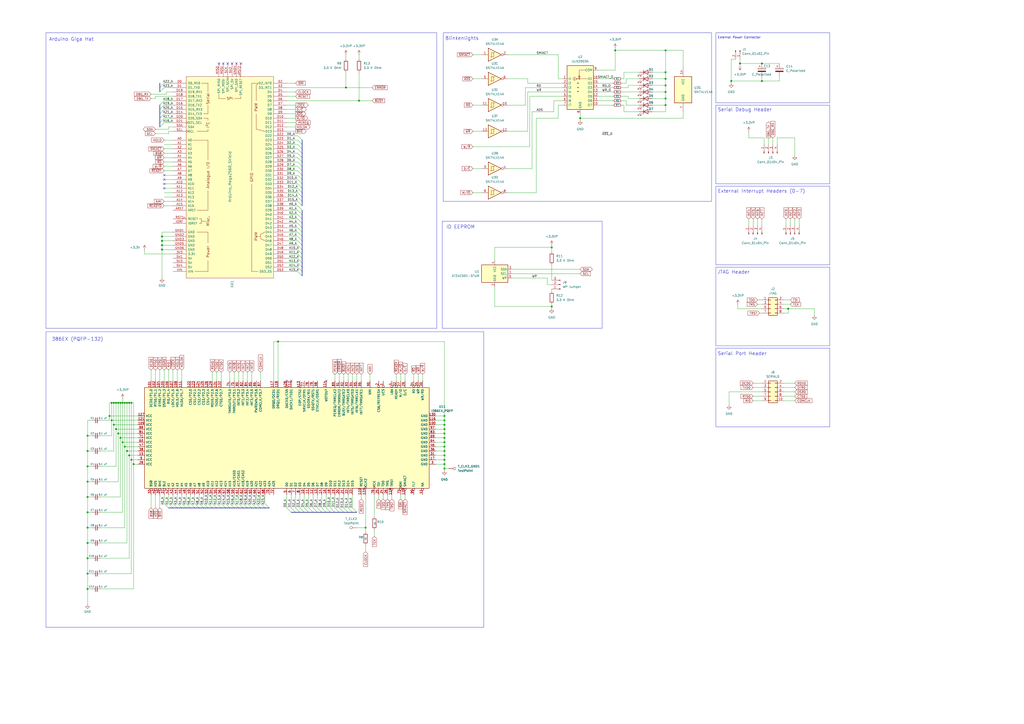
<source format=kicad_sch>
(kicad_sch (version 20250114) (generator "eeschema") (generator_version "9.0")
  (paper "A2")
  (title_block (title "Arduino80386EX Shield") (date "2025-08-26") (rev "3"))
  (rectangle (start 26.67 192.405) (end 280.67 363.855))
  (rectangle (start 257.175 19.05) (end 412.75 116.84))
  (rectangle (start 26.67 19.05) (end 253.365 190.5))
  (rectangle (start 256.54 128.27) (end 349.25 190.5))
  (rectangle (start 415.29 154.94) (end 481.33 200.66))
  (rectangle (start 415.29 107.95) (end 481.33 153.67))
  (rectangle (start 415.29 19.05) (end 481.33 59.69))
  (rectangle (start 415.29 201.93) (end 481.33 247.65))
  (rectangle (start 415.29 60.96) (end 481.33 106.68))
  (text "Serial Port Header" (at 430.53 205.232 0) (effects (font (size 2 2))))
  (text "JTAG Header" (at 425.45 157.988 0) (effects (font (size 2 2))))
  (text "Blinkenlights" (at 267.97 22.352 0) (effects (font (size 2 2))))
  (text "ID EEPROM" (at 267.1446 131.7825 0) (effects (font (size 2 2))))
  (text "External Power Connector\n" (at 428.752 21.844 0) (effects (font (size 1.27 1.27))))
  (text "Serial Debug Header" (at 432.054 63.754 0) (effects (font (size 2 2))))
  (text "External Interrupt Headers (0-7)" (at 441.706 110.998 0) (effects (font (size 2 2))))
  (text "386EX (PQFP-132)" (at 44.958 196.85 0) (effects (font (size 2 2))))
  (text "Arduino Giga Hat" (at 41.402 22.86 0) (effects (font (size 2 2))))
  (junction (at 161.29 198.12))
  (junction (at 424.18 46.99))
  (junction (at 212.09 306.07))
  (junction (at 386.08 45.72))
  (junction (at 72.39 259.08))
  (junction (at 50.8 261.62))
  (junction (at 441.96 36.83))
  (junction (at 50.8 314.96))
  (junction (at 69.85 254))
  (junction (at 71.12 233.68))
  (junction (at 64.77 233.68))
  (junction (at 71.12 256.54))
  (junction (at 50.8 332.74))
  (junction (at 320.04 177.8))
  (junction (at 257.81 271.78))
  (junction (at 50.8 297.18))
  (junction (at 257.81 241.3))
  (junction (at 386.08 41.91))
  (junction (at 93.98 139.7))
  (junction (at 67.31 248.92))
  (junction (at 257.81 251.46))
  (junction (at 50.8 306.07))
  (junction (at 429.26 36.83))
  (junction (at 69.85 233.68))
  (junction (at 50.8 252.73))
  (junction (at 356.87 29.21))
  (junction (at 63.5 241.3))
  (junction (at 74.93 233.68))
  (junction (at 386.08 29.21))
  (junction (at 257.81 256.54))
  (junction (at 93.98 137.16))
  (junction (at 386.08 60.96))
  (junction (at 336.55 68.58))
  (junction (at 50.8 323.85))
  (junction (at 257.81 254))
  (junction (at 93.98 142.24))
  (junction (at 386.08 49.53))
  (junction (at 257.81 246.38))
  (junction (at 68.58 233.68))
  (junction (at 77.47 269.24))
  (junction (at 457.2 179.07))
  (junction (at 66.04 233.68))
  (junction (at 208.28 58.42))
  (junction (at 257.81 261.62))
  (junction (at 73.66 233.68))
  (junction (at 76.2 266.7))
  (junction (at 257.81 264.16))
  (junction (at 257.81 266.7))
  (junction (at 257.81 243.84))
  (junction (at 68.58 251.46))
  (junction (at 257.81 259.08))
  (junction (at 200.66 50.8))
  (junction (at 50.8 270.51))
  (junction (at 50.8 341.63))
  (junction (at 66.04 246.38))
  (junction (at 74.93 264.16))
  (junction (at 386.08 57.15))
  (junction (at 93.98 144.78))
  (junction (at 50.8 279.4))
  (junction (at 64.77 243.84))
  (junction (at 257.81 248.92))
  (junction (at 386.08 53.34))
  (junction (at 50.8 288.29))
  (junction (at 67.31 233.68))
  (junction (at 73.66 261.62))
  (junction (at 320.04 143.51))
  (junction (at 441.96 46.99))
  (junction (at 76.2 233.68))
  (junction (at 72.39 233.68))
  (junction (at 257.81 269.24))
  (no_connect (at 137.16 36.83))
  (no_connect (at 95.25 109.22))
  (no_connect (at 139.7 36.83))
  (no_connect (at 166.37 220.98))
  (no_connect (at 168.91 220.98))
  (no_connect (at 129.54 36.83))
  (no_connect (at 95.25 106.68))
  (no_connect (at 95.25 101.6))
  (no_connect (at 132.08 36.83))
  (no_connect (at 127 36.83))
  (no_connect (at 189.23 220.98))
  (no_connect (at 95.25 104.14))
  (no_connect (at 134.62 36.83))
  (bus_entry (at 140.97 292.1) (size 2.54 2.54))
  (bus_entry (at 107.95 292.1) (size 2.54 2.54))
  (bus_entry (at 95.25 50.8) (size -2.54 2.54))
  (bus_entry (at 175.26 101.6) (size -2.54 -2.54))
  (bus_entry (at 172.72 154.94) (size 2.54 2.54))
  (bus_entry (at 130.81 292.1) (size 2.54 2.54))
  (bus_entry (at 118.11 292.1) (size 2.54 2.54))
  (bus_entry (at 95.25 292.1) (size 2.54 2.54))
  (bus_entry (at 173.99 297.18) (size -2.54 -2.54))
  (bus_entry (at 148.59 294.64) (size -2.54 -2.54))
  (bus_entry (at 175.26 99.06) (size -2.54 -2.54))
  (bus_entry (at 95.25 66.04) (size -2.54 2.54))
  (bus_entry (at 113.03 292.1) (size 2.54 2.54))
  (bus_entry (at 171.45 297.18) (size -2.54 -2.54))
  (bus_entry (at 175.26 109.22) (size -2.54 -2.54))
  (bus_entry (at 172.72 149.86) (size 2.54 2.54))
  (bus_entry (at 128.27 292.1) (size 2.54 2.54))
  (bus_entry (at 172.72 147.32) (size 2.54 2.54))
  (bus_entry (at 102.87 292.1) (size 2.54 2.54))
  (bus_entry (at 123.19 292.1) (size 2.54 2.54))
  (bus_entry (at 172.72 132.08) (size 2.54 2.54))
  (bus_entry (at 175.26 119.38) (size -2.54 -2.54))
  (bus_entry (at 151.13 294.64) (size -2.54 -2.54))
  (bus_entry (at 120.65 292.1) (size 2.54 2.54))
  (bus_entry (at 172.72 134.62) (size 2.54 2.54))
  (bus_entry (at 115.57 292.1) (size 2.54 2.54))
  (bus_entry (at 146.05 294.64) (size -2.54 -2.54))
  (bus_entry (at 168.91 297.18) (size -2.54 -2.54))
  (bus_entry (at 191.77 297.18) (size -2.54 -2.54))
  (bus_entry (at 175.26 114.3) (size -2.54 -2.54))
  (bus_entry (at 194.31 294.64) (size 2.54 2.54))
  (bus_entry (at 175.26 111.76) (size -2.54 -2.54))
  (bus_entry (at 95.25 58.42) (size -2.54 2.54))
  (bus_entry (at 125.73 292.1) (size 2.54 2.54))
  (bus_entry (at 95.25 68.58) (size -2.54 2.54))
  (bus_entry (at 207.01 297.18) (size -2.54 -2.54))
  (bus_entry (at 179.07 297.18) (size -2.54 -2.54))
  (bus_entry (at 135.89 292.1) (size 2.54 2.54))
  (bus_entry (at 95.25 71.12) (size -2.54 2.54))
  (bus_entry (at 100.33 292.1) (size 2.54 2.54))
  (bus_entry (at 175.26 93.98) (size -2.54 -2.54))
  (bus_entry (at 172.72 144.78) (size 2.54 2.54))
  (bus_entry (at 95.25 63.5) (size -2.54 2.54))
  (bus_entry (at 105.41 292.1) (size 2.54 2.54))
  (bus_entry (at 175.26 96.52) (size -2.54 -2.54))
  (bus_entry (at 95.25 48.26) (size -2.54 2.54))
  (bus_entry (at 97.79 292.1) (size 2.54 2.54))
  (bus_entry (at 172.72 86.36) (size 2.54 2.54))
  (bus_entry (at 110.49 292.1) (size 2.54 2.54))
  (bus_entry (at 175.26 116.84) (size -2.54 -2.54))
  (bus_entry (at 172.72 157.48) (size 2.54 2.54))
  (bus_entry (at 153.67 292.1) (size 2.54 2.54))
  (bus_entry (at 184.15 297.18) (size -2.54 -2.54))
  (bus_entry (at 175.26 129.54) (size -2.54 -2.54))
  (bus_entry (at 175.26 132.08) (size -2.54 -2.54))
  (bus_entry (at 201.93 297.18) (size -2.54 -2.54))
  (bus_entry (at 194.31 297.18) (size -2.54 -2.54))
  (bus_entry (at 172.72 142.24) (size 2.54 2.54))
  (bus_entry (at 176.53 297.18) (size -2.54 -2.54))
  (bus_entry (at 151.13 292.1) (size 2.54 2.54))
  (bus_entry (at 196.85 294.64) (size 2.54 2.54))
  (bus_entry (at 95.25 60.96) (size -2.54 2.54))
  (bus_entry (at 138.43 292.1) (size 2.54 2.54))
  (bus_entry (at 189.23 297.18) (size -2.54 -2.54))
  (bus_entry (at 133.35 292.1) (size 2.54 2.54))
  (bus_entry (at 172.72 152.4) (size 2.54 2.54))
  (bus_entry (at 175.26 121.92) (size -2.54 -2.54))
  (bus_entry (at 181.61 297.18) (size -2.54 -2.54))
  (bus_entry (at 172.72 139.7) (size 2.54 2.54))
  (bus_entry (at 175.26 91.44) (size -2.54 -2.54))
  (bus_entry (at 201.93 294.64) (size 2.54 2.54))
  (bus_entry (at 172.72 81.28) (size 2.54 2.54))
  (bus_entry (at 175.26 106.68) (size -2.54 -2.54))
  (bus_entry (at 175.26 104.14) (size -2.54 -2.54))
  (bus_entry (at 175.26 127) (size -2.54 -2.54))
  (bus_entry (at 175.26 81.28) (size -2.54 -2.54))
  (bus_entry (at 172.72 137.16) (size 2.54 2.54))
  (bus_entry (at 186.69 297.18) (size -2.54 -2.54))
  (bus_entry (at 175.26 124.46) (size -2.54 -2.54))
  (bus_entry (at 172.72 83.82) (size 2.54 2.54))
  (wire (pts (xy 454.66 173.99) (xy 458.47 173.99)))
  (wire (pts (xy 321.31 64.77) (xy 321.31 58.42)))
  (wire (pts (xy 257.81 271.78) (xy 257.81 273.05)))
  (wire (pts (xy 138.43 292.1) (xy 138.43 287.02)))
  (wire (pts (xy 50.8 341.63) (xy 53.34 341.63)))
  (bus (pts (xy 135.89 294.64) (xy 138.43 294.64)))
  (wire (pts (xy 83.82 147.32) (xy 100.33 147.32)))
  (wire (pts (xy 429.26 36.83) (xy 429.26 38.1)))
  (wire (pts (xy 360.68 53.34) (xy 370.84 53.34)))
  (wire (pts (xy 153.67 292.1) (xy 153.67 287.02)))
  (wire (pts (xy 201.93 287.02) (xy 201.93 294.64)))
  (wire (pts (xy 234.95 217.17) (xy 234.95 220.98)))
  (wire (pts (xy 370.84 57.15) (xy 364.49 57.15)))
  (wire (pts (xy 171.45 68.58) (xy 166.37 68.58)))
  (bus (pts (xy 105.41 294.64) (xy 107.95 294.64)))
  (wire (pts (xy 125.73 215.9) (xy 125.73 220.98)))
  (wire (pts (xy 172.72 121.92) (xy 166.37 121.92)))
  (wire (pts (xy 113.03 292.1) (xy 113.03 287.02)))
  (wire (pts (xy 363.22 48.26) (xy 360.68 48.26)))
  (wire (pts (xy 172.72 144.78) (xy 166.37 144.78)))
  (wire (pts (xy 455.93 127) (xy 455.93 130.81)))
  (wire (pts (xy 361.95 60.96) (xy 361.95 64.77)))
  (wire (pts (xy 74.93 264.16) (xy 74.93 233.68)))
  (bus (pts (xy 92.71 68.58) (xy 92.71 71.12)))
  (wire (pts (xy 100.33 53.34) (xy 96.52 53.34)))
  (wire (pts (xy 146.05 215.9) (xy 146.05 220.98)))
  (wire (pts (xy 396.24 39.37) (xy 396.24 29.21)))
  (wire (pts (xy 63.5 241.3) (xy 80.01 241.3)))
  (wire (pts (xy 461.01 80.01) (xy 461.01 90.17)))
  (wire (pts (xy 196.85 287.02) (xy 196.85 294.64)))
  (wire (pts (xy 138.43 215.9) (xy 138.43 220.98)))
  (wire (pts (xy 452.12 46.99) (xy 441.96 46.99)))
  (wire (pts (xy 181.61 287.02) (xy 181.61 294.64)))
  (wire (pts (xy 172.72 129.54) (xy 166.37 129.54)))
  (wire (pts (xy 58.42 297.18) (xy 71.12 297.18)))
  (wire (pts (xy 172.72 101.6) (xy 166.37 101.6)))
  (wire (pts (xy 73.66 261.62) (xy 80.01 261.62)))
  (wire (pts (xy 100.33 101.6) (xy 95.25 101.6)))
  (wire (pts (xy 100.33 91.44) (xy 95.25 91.44)))
  (wire (pts (xy 69.85 254) (xy 80.01 254)))
  (wire (pts (xy 50.8 270.51) (xy 53.34 270.51)))
  (wire (pts (xy 450.85 80.01) (xy 461.01 80.01)))
  (wire (pts (xy 304.8 50.8) (xy 326.39 50.8)))
  (wire (pts (xy 452.12 44.45) (xy 452.12 46.99)))
  (wire (pts (xy 71.12 233.68) (xy 72.39 233.68)))
  (wire (pts (xy 50.8 261.62) (xy 50.8 270.51)))
  (wire (pts (xy 427.99 179.07) (xy 441.96 179.07)))
  (bus (pts (xy 175.26 111.76) (xy 175.26 109.22)))
  (bus (pts (xy 175.26 106.68) (xy 175.26 104.14)))
  (wire (pts (xy 361.95 41.91) (xy 361.95 45.72)))
  (wire (pts (xy 140.97 292.1) (xy 140.97 287.02)))
  (wire (pts (xy 294.64 45.72) (xy 306.07 45.72)))
  (wire (pts (xy 370.84 60.96) (xy 363.22 60.96)))
  (wire (pts (xy 386.08 53.34) (xy 386.08 57.15)))
  (wire (pts (xy 424.18 46.99) (xy 424.18 34.29)))
  (wire (pts (xy 287.02 143.51) (xy 320.04 143.51)))
  (wire (pts (xy 100.33 292.1) (xy 100.33 287.02)))
  (wire (pts (xy 356.87 29.21) (xy 356.87 40.64)))
  (wire (pts (xy 172.72 83.82) (xy 166.37 83.82)))
  (wire (pts (xy 50.8 297.18) (xy 50.8 306.07)))
  (wire (pts (xy 100.33 106.68) (xy 95.25 106.68)))
  (bus (pts (xy 92.71 71.12) (xy 92.71 73.66)))
  (wire (pts (xy 95.25 50.8) (xy 100.33 50.8)))
  (wire (pts (xy 257.81 266.7) (xy 257.81 269.24)))
  (wire (pts (xy 378.46 64.77) (xy 386.08 64.77)))
  (wire (pts (xy 336.55 68.58) (xy 396.24 68.58)))
  (bus (pts (xy 175.26 129.54) (xy 175.26 127)))
  (wire (pts (xy 439.42 176.53) (xy 441.96 176.53)))
  (wire (pts (xy 110.49 292.1) (xy 110.49 287.02)))
  (wire (pts (xy 128.27 292.1) (xy 128.27 287.02)))
  (wire (pts (xy 454.66 229.87) (xy 461.01 229.87)))
  (wire (pts (xy 172.72 99.06) (xy 166.37 99.06)))
  (wire (pts (xy 320.04 176.53) (xy 320.04 177.8)))
  (wire (pts (xy 50.8 270.51) (xy 50.8 279.4)))
  (wire (pts (xy 64.77 252.73) (xy 64.77 243.84)))
  (wire (pts (xy 346.71 48.26) (xy 355.6 48.26)))
  (wire (pts (xy 118.11 292.1) (xy 118.11 287.02)))
  (wire (pts (xy 317.5 161.29) (xy 297.18 161.29)))
  (wire (pts (xy 93.98 134.62) (xy 93.98 137.16)))
  (bus (pts (xy 175.26 114.3) (xy 175.26 111.76)))
  (wire (pts (xy 196.85 217.17) (xy 196.85 220.98)))
  (bus (pts (xy 175.26 99.06) (xy 175.26 96.52)))
  (bus (pts (xy 102.87 294.64) (xy 105.41 294.64)))
  (wire (pts (xy 102.87 214.63) (xy 102.87 220.98)))
  (wire (pts (xy 76.2 266.7) (xy 80.01 266.7)))
  (wire (pts (xy 454.66 179.07) (xy 457.2 179.07)))
  (wire (pts (xy 100.33 134.62) (xy 93.98 134.62)))
  (wire (pts (xy 64.77 243.84) (xy 64.77 233.68)))
  (wire (pts (xy 454.66 181.61) (xy 457.2 181.61)))
  (wire (pts (xy 257.81 251.46) (xy 257.81 254)))
  (wire (pts (xy 215.9 58.42) (xy 208.28 58.42)))
  (wire (pts (xy 323.85 60.96) (xy 326.39 60.96)))
  (wire (pts (xy 172.72 114.3) (xy 166.37 114.3)))
  (wire (pts (xy 227.33 287.02) (xy 227.33 289.56)))
  (wire (pts (xy 257.81 269.24) (xy 257.81 271.78)))
  (wire (pts (xy 436.88 127) (xy 436.88 130.81)))
  (wire (pts (xy 232.41 287.02) (xy 232.41 289.56)))
  (wire (pts (xy 63.5 243.84) (xy 63.5 241.3)))
  (wire (pts (xy 311.15 68.58) (xy 311.15 111.76)))
  (wire (pts (xy 135.89 292.1) (xy 135.89 287.02)))
  (wire (pts (xy 336.55 68.58) (xy 336.55 69.85)))
  (wire (pts (xy 68.58 251.46) (xy 80.01 251.46)))
  (wire (pts (xy 274.32 76.2) (xy 279.4 76.2)))
  (wire (pts (xy 199.39 217.17) (xy 199.39 220.98)))
  (bus (pts (xy 175.26 157.48) (xy 175.26 154.94)))
  (wire (pts (xy 72.39 259.08) (xy 80.01 259.08)))
  (wire (pts (xy 166.37 60.96) (xy 171.45 60.96)))
  (wire (pts (xy 66.04 246.38) (xy 80.01 246.38)))
  (wire (pts (xy 194.31 287.02) (xy 194.31 294.64)))
  (wire (pts (xy 378.46 57.15) (xy 386.08 57.15)))
  (wire (pts (xy 454.66 222.25) (xy 461.01 222.25)))
  (wire (pts (xy 50.8 261.62) (xy 53.34 261.62)))
  (wire (pts (xy 172.72 157.48) (xy 166.37 157.48)))
  (wire (pts (xy 77.47 341.63) (xy 77.47 269.24)))
  (wire (pts (xy 125.73 292.1) (xy 125.73 287.02)))
  (wire (pts (xy 67.31 270.51) (xy 67.31 248.92)))
  (wire (pts (xy 378.46 41.91) (xy 386.08 41.91)))
  (wire (pts (xy 93.98 137.16) (xy 93.98 139.7)))
  (wire (pts (xy 306.07 48.26) (xy 326.39 48.26)))
  (wire (pts (xy 172.72 142.24) (xy 166.37 142.24)))
  (wire (pts (xy 50.8 332.74) (xy 53.34 332.74)))
  (wire (pts (xy 320.04 142.24) (xy 320.04 143.51)))
  (wire (pts (xy 172.72 106.68) (xy 166.37 106.68)))
  (wire (pts (xy 69.85 288.29) (xy 69.85 254)))
  (wire (pts (xy 76.2 332.74) (xy 76.2 266.7)))
  (wire (pts (xy 189.23 287.02) (xy 189.23 294.64)))
  (wire (pts (xy 204.47 217.17) (xy 204.47 220.98)))
  (bus (pts (xy 175.26 127) (xy 175.26 124.46)))
  (wire (pts (xy 95.25 63.5) (xy 100.33 63.5)))
  (wire (pts (xy 356.87 29.21) (xy 386.08 29.21)))
  (wire (pts (xy 87.63 214.63) (xy 87.63 220.98)))
  (wire (pts (xy 58.42 306.07) (xy 72.39 306.07)))
  (wire (pts (xy 171.45 73.66) (xy 166.37 73.66)))
  (wire (pts (xy 171.45 55.88) (xy 166.37 55.88)))
  (wire (pts (xy 171.45 66.04) (xy 166.37 66.04)))
  (wire (pts (xy 100.33 137.16) (xy 93.98 137.16)))
  (wire (pts (xy 95.25 71.12) (xy 100.33 71.12)))
  (wire (pts (xy 207.01 217.17) (xy 207.01 220.98)))
  (wire (pts (xy 100.33 142.24) (xy 93.98 142.24)))
  (bus (pts (xy 179.07 297.18) (xy 181.61 297.18)))
  (wire (pts (xy 252.73 248.92) (xy 257.81 248.92)))
  (wire (pts (xy 252.73 266.7) (xy 257.81 266.7)))
  (wire (pts (xy 306.07 53.34) (xy 326.39 53.34)))
  (wire (pts (xy 171.45 48.26) (xy 166.37 48.26)))
  (wire (pts (xy 422.91 234.95) (xy 422.91 227.33)))
  (wire (pts (xy 224.79 287.02) (xy 224.79 289.56)))
  (wire (pts (xy 95.25 66.04) (xy 100.33 66.04)))
  (bus (pts (xy 143.51 294.64) (xy 146.05 294.64)))
  (wire (pts (xy 364.49 49.53) (xy 364.49 50.8)))
  (bus (pts (xy 175.26 86.36) (xy 175.26 83.82)))
  (wire (pts (xy 100.33 83.82) (xy 95.25 83.82)))
  (bus (pts (xy 120.65 294.64) (xy 123.19 294.64)))
  (wire (pts (xy 257.81 241.3) (xy 257.81 243.84)))
  (bus (pts (xy 175.26 139.7) (xy 175.26 137.16)))
  (bus (pts (xy 115.57 294.64) (xy 118.11 294.64)))
  (wire (pts (xy 73.66 233.68) (xy 73.66 261.62)))
  (wire (pts (xy 386.08 45.72) (xy 386.08 49.53)))
  (bus (pts (xy 175.26 142.24) (xy 175.26 139.7)))
  (wire (pts (xy 100.33 116.84) (xy 95.25 116.84)))
  (wire (pts (xy 214.63 217.17) (xy 214.63 220.98)))
  (wire (pts (xy 87.63 287.02) (xy 87.63 294.64)))
  (wire (pts (xy 143.51 215.9) (xy 143.51 220.98)))
  (wire (pts (xy 58.42 314.96) (xy 73.66 314.96)))
  (wire (pts (xy 436.88 229.87) (xy 441.96 229.87)))
  (wire (pts (xy 208.28 58.42) (xy 166.37 58.42)))
  (wire (pts (xy 429.26 34.29) (xy 429.26 36.83)))
  (wire (pts (xy 361.95 45.72) (xy 360.68 45.72)))
  (wire (pts (xy 50.8 288.29) (xy 53.34 288.29)))
  (wire (pts (xy 173.99 287.02) (xy 173.99 294.64)))
  (wire (pts (xy 151.13 215.9) (xy 151.13 220.98)))
  (bus (pts (xy 175.26 144.78) (xy 175.26 142.24)))
  (wire (pts (xy 274.32 85.09) (xy 307.34 85.09)))
  (wire (pts (xy 257.81 271.78) (xy 260.35 271.78)))
  (wire (pts (xy 209.55 217.17) (xy 209.55 220.98)))
  (bus (pts (xy 175.26 96.52) (xy 175.26 93.98)))
  (wire (pts (xy 97.79 74.93) (xy 97.79 73.66)))
  (wire (pts (xy 95.25 68.58) (xy 100.33 68.58)))
  (wire (pts (xy 66.04 233.68) (xy 67.31 233.68)))
  (wire (pts (xy 67.31 248.92) (xy 80.01 248.92)))
  (wire (pts (xy 257.81 264.16) (xy 257.81 266.7)))
  (bus (pts (xy 125.73 294.64) (xy 128.27 294.64)))
  (bus (pts (xy 92.71 60.96) (xy 92.71 63.5)))
  (bus (pts (xy 175.26 137.16) (xy 175.26 134.62)))
  (wire (pts (xy 172.72 104.14) (xy 166.37 104.14)))
  (wire (pts (xy 454.66 232.41) (xy 461.01 232.41)))
  (wire (pts (xy 100.33 93.98) (xy 95.25 93.98)))
  (wire (pts (xy 458.47 127) (xy 458.47 130.81)))
  (wire (pts (xy 50.8 243.84) (xy 50.8 252.73)))
  (wire (pts (xy 50.8 252.73) (xy 53.34 252.73)))
  (wire (pts (xy 294.64 31.75) (xy 323.85 31.75)))
  (wire (pts (xy 217.17 307.34) (xy 217.17 311.15)))
  (wire (pts (xy 200.66 50.8) (xy 166.37 50.8)))
  (wire (pts (xy 320.04 177.8) (xy 320.04 179.07)))
  (bus (pts (xy 107.95 294.64) (xy 110.49 294.64)))
  (wire (pts (xy 370.84 49.53) (xy 364.49 49.53)))
  (wire (pts (xy 200.66 41.91) (xy 200.66 50.8)))
  (wire (pts (xy 90.17 57.15) (xy 87.63 57.15)))
  (wire (pts (xy 245.11 217.17) (xy 245.11 220.98)))
  (wire (pts (xy 422.91 227.33) (xy 441.96 227.33)))
  (wire (pts (xy 176.53 287.02) (xy 176.53 294.64)))
  (wire (pts (xy 171.45 76.2) (xy 166.37 76.2)))
  (wire (pts (xy 320.04 167.64) (xy 320.04 168.91)))
  (wire (pts (xy 386.08 41.91) (xy 386.08 45.72)))
  (wire (pts (xy 461.01 127) (xy 461.01 130.81)))
  (wire (pts (xy 66.04 233.68) (xy 66.04 246.38)))
  (wire (pts (xy 77.47 269.24) (xy 80.01 269.24)))
  (wire (pts (xy 252.73 251.46) (xy 257.81 251.46)))
  (wire (pts (xy 186.69 287.02) (xy 186.69 294.64)))
  (bus (pts (xy 175.26 116.84) (xy 175.26 114.3)))
  (wire (pts (xy 294.64 111.76) (xy 311.15 111.76)))
  (wire (pts (xy 50.8 288.29) (xy 50.8 297.18)))
  (wire (pts (xy 287.02 177.8) (xy 320.04 177.8)))
  (wire (pts (xy 172.72 137.16) (xy 166.37 137.16)))
  (wire (pts (xy 97.79 214.63) (xy 97.79 220.98)))
  (wire (pts (xy 252.73 241.3) (xy 257.81 241.3)))
  (wire (pts (xy 171.45 287.02) (xy 171.45 294.64)))
  (wire (pts (xy 140.97 215.9) (xy 140.97 220.98)))
  (wire (pts (xy 440.69 181.61) (xy 441.96 181.61)))
  (wire (pts (xy 172.72 111.76) (xy 166.37 111.76)))
  (bus (pts (xy 175.26 119.38) (xy 175.26 116.84)))
  (wire (pts (xy 179.07 287.02) (xy 179.07 294.64)))
  (wire (pts (xy 257.81 254) (xy 257.81 256.54)))
  (wire (pts (xy 72.39 233.68) (xy 72.39 259.08)))
  (bus (pts (xy 191.77 297.18) (xy 194.31 297.18)))
  (wire (pts (xy 64.77 243.84) (xy 80.01 243.84)))
  (wire (pts (xy 151.13 292.1) (xy 151.13 287.02)))
  (wire (pts (xy 311.15 68.58) (xy 323.85 68.58)))
  (wire (pts (xy 63.5 233.68) (xy 63.5 241.3)))
  (wire (pts (xy 68.58 233.68) (xy 69.85 233.68)))
  (wire (pts (xy 229.87 217.17) (xy 229.87 220.98)))
  (wire (pts (xy 208.28 41.91) (xy 208.28 58.42)))
  (wire (pts (xy 454.66 176.53) (xy 458.47 176.53)))
  (wire (pts (xy 143.51 292.1) (xy 143.51 287.02)))
  (wire (pts (xy 386.08 29.21) (xy 386.08 41.91)))
  (wire (pts (xy 441.96 36.83) (xy 452.12 36.83)))
  (wire (pts (xy 370.84 45.72) (xy 363.22 45.72)))
  (bus (pts (xy 168.91 297.18) (xy 171.45 297.18)))
  (wire (pts (xy 93.98 144.78) (xy 93.98 161.29)))
  (wire (pts (xy 472.44 179.07) (xy 472.44 182.88)))
  (wire (pts (xy 429.26 36.83) (xy 441.96 36.83)))
  (wire (pts (xy 436.88 232.41) (xy 441.96 232.41)))
  (wire (pts (xy 72.39 306.07) (xy 72.39 259.08)))
  (wire (pts (xy 172.72 91.44) (xy 166.37 91.44)))
  (wire (pts (xy 69.85 233.68) (xy 71.12 233.68)))
  (bus (pts (xy 146.05 294.64) (xy 148.59 294.64)))
  (wire (pts (xy 386.08 57.15) (xy 386.08 60.96)))
  (bus (pts (xy 128.27 294.64) (xy 130.81 294.64)))
  (wire (pts (xy 172.72 124.46) (xy 166.37 124.46)))
  (wire (pts (xy 252.73 254) (xy 257.81 254)))
  (wire (pts (xy 105.41 214.63) (xy 105.41 220.98)))
  (wire (pts (xy 68.58 279.4) (xy 68.58 251.46)))
  (bus (pts (xy 175.26 160.02) (xy 175.26 157.48)))
  (wire (pts (xy 172.72 154.94) (xy 166.37 154.94)))
  (bus (pts (xy 92.71 63.5) (xy 92.71 66.04)))
  (bus (pts (xy 110.49 294.64) (xy 113.03 294.64)))
  (wire (pts (xy 378.46 60.96) (xy 386.08 60.96)))
  (wire (pts (xy 172.72 147.32) (xy 166.37 147.32)))
  (wire (pts (xy 457.2 181.61) (xy 457.2 179.07)))
  (bus (pts (xy 199.39 297.18) (xy 196.85 297.18)))
  (wire (pts (xy 386.08 60.96) (xy 386.08 64.77)))
  (wire (pts (xy 100.33 96.52) (xy 95.25 96.52)))
  (wire (pts (xy 72.39 233.68) (xy 73.66 233.68)))
  (wire (pts (xy 68.58 233.68) (xy 68.58 251.46)))
  (bus (pts (xy 113.03 294.64) (xy 115.57 294.64)))
  (wire (pts (xy 50.8 252.73) (xy 50.8 261.62)))
  (bus (pts (xy 176.53 297.18) (xy 179.07 297.18)))
  (wire (pts (xy 317.5 165.1) (xy 317.5 161.29)))
  (wire (pts (xy 90.17 287.02) (xy 90.17 294.64)))
  (wire (pts (xy 58.42 332.74) (xy 76.2 332.74)))
  (wire (pts (xy 172.72 96.52) (xy 166.37 96.52)))
  (wire (pts (xy 274.32 111.76) (xy 279.4 111.76)))
  (bus (pts (xy 184.15 297.18) (xy 186.69 297.18)))
  (bus (pts (xy 148.59 294.64) (xy 151.13 294.64)))
  (wire (pts (xy 97.79 77.47) (xy 90.17 77.47)))
  (wire (pts (xy 257.81 259.08) (xy 257.81 261.62)))
  (wire (pts (xy 439.42 127) (xy 439.42 130.81)))
  (wire (pts (xy 90.17 55.88) (xy 100.33 55.88)))
  (wire (pts (xy 346.71 50.8) (xy 355.6 50.8)))
  (wire (pts (xy 252.73 243.84) (xy 257.81 243.84)))
  (wire (pts (xy 100.33 119.38) (xy 95.25 119.38)))
  (wire (pts (xy 77.47 269.24) (xy 77.47 233.68)))
  (wire (pts (xy 92.71 287.02) (xy 92.71 294.64)))
  (wire (pts (xy 73.66 233.68) (xy 74.93 233.68)))
  (wire (pts (xy 172.72 78.74) (xy 166.37 78.74)))
  (bus (pts (xy 181.61 297.18) (xy 184.15 297.18)))
  (wire (pts (xy 336.55 66.04) (xy 336.55 68.58)))
  (wire (pts (xy 100.33 76.2) (xy 97.79 76.2)))
  (wire (pts (xy 320.04 143.51) (xy 320.04 146.05)))
  (wire (pts (xy 115.57 292.1) (xy 115.57 287.02)))
  (wire (pts (xy 363.22 60.96) (xy 363.22 58.42)))
  (wire (pts (xy 97.79 292.1) (xy 97.79 287.02)))
  (wire (pts (xy 443.23 80.01) (xy 443.23 83.82)))
  (wire (pts (xy 308.61 64.77) (xy 321.31 64.77)))
  (wire (pts (xy 100.33 114.3) (xy 95.25 114.3)))
  (wire (pts (xy 242.57 217.17) (xy 242.57 220.98)))
  (bus (pts (xy 175.26 147.32) (xy 175.26 144.78)))
  (wire (pts (xy 207.01 306.07) (xy 212.09 306.07)))
  (wire (pts (xy 130.81 292.1) (xy 130.81 287.02)))
  (bus (pts (xy 173.99 297.18) (xy 176.53 297.18)))
  (wire (pts (xy 83.82 147.32) (xy 83.82 144.78)))
  (wire (pts (xy 172.72 149.86) (xy 166.37 149.86)))
  (wire (pts (xy 67.31 233.68) (xy 67.31 248.92)))
  (wire (pts (xy 200.66 50.8) (xy 215.9 50.8)))
  (bus (pts (xy 175.26 101.6) (xy 175.26 99.06)))
  (wire (pts (xy 58.42 252.73) (xy 64.77 252.73)))
  (wire (pts (xy 96.52 54.61) (xy 96.52 53.34)))
  (wire (pts (xy 171.45 71.12) (xy 166.37 71.12)))
  (wire (pts (xy 378.46 45.72) (xy 386.08 45.72)))
  (wire (pts (xy 439.42 173.99) (xy 441.96 173.99)))
  (wire (pts (xy 171.45 53.34) (xy 166.37 53.34)))
  (bus (pts (xy 175.26 149.86) (xy 175.26 147.32)))
  (wire (pts (xy 424.18 48.26) (xy 424.18 46.99)))
  (wire (pts (xy 105.41 292.1) (xy 105.41 287.02)))
  (wire (pts (xy 287.02 166.37) (xy 287.02 177.8)))
  (wire (pts (xy 95.25 48.26) (xy 100.33 48.26)))
  (wire (pts (xy 74.93 233.68) (xy 76.2 233.68)))
  (bus (pts (xy 189.23 297.18) (xy 191.77 297.18)))
  (wire (pts (xy 346.71 60.96) (xy 355.6 60.96)))
  (wire (pts (xy 396.24 29.21) (xy 386.08 29.21)))
  (wire (pts (xy 257.81 256.54) (xy 257.81 259.08)))
  (wire (pts (xy 363.22 45.72) (xy 363.22 48.26)))
  (bus (pts (xy 194.31 297.18) (xy 196.85 297.18)))
  (wire (pts (xy 363.22 58.42) (xy 360.68 58.42)))
  (wire (pts (xy 100.33 86.36) (xy 95.25 86.36)))
  (wire (pts (xy 50.8 323.85) (xy 50.8 332.74)))
  (wire (pts (xy 441.96 46.99) (xy 424.18 46.99)))
  (wire (pts (xy 306.07 45.72) (xy 306.07 48.26)))
  (wire (pts (xy 133.35 292.1) (xy 133.35 287.02)))
  (wire (pts (xy 257.81 261.62) (xy 257.81 264.16)))
  (wire (pts (xy 454.66 227.33) (xy 461.01 227.33)))
  (bus (pts (xy 140.97 294.64) (xy 143.51 294.64)))
  (wire (pts (xy 172.72 119.38) (xy 166.37 119.38)))
  (wire (pts (xy 448.31 80.01) (xy 448.31 83.82)))
  (wire (pts (xy 50.8 306.07) (xy 53.34 306.07)))
  (wire (pts (xy 172.72 132.08) (xy 166.37 132.08)))
  (bus (pts (xy 175.26 152.4) (xy 175.26 149.86)))
  (wire (pts (xy 172.72 139.7) (xy 166.37 139.7)))
  (wire (pts (xy 191.77 287.02) (xy 191.77 294.64)))
  (wire (pts (xy 58.42 261.62) (xy 66.04 261.62)))
  (wire (pts (xy 58.42 323.85) (xy 74.93 323.85)))
  (wire (pts (xy 50.8 314.96) (xy 50.8 323.85)))
  (wire (pts (xy 454.66 224.79) (xy 461.01 224.79)))
  (wire (pts (xy 172.72 88.9) (xy 166.37 88.9)))
  (wire (pts (xy 212.09 306.07) (xy 212.09 308.61)))
  (wire (pts (xy 212.09 316.23) (xy 212.09 320.04)))
  (bus (pts (xy 123.19 294.64) (xy 125.73 294.64)))
  (wire (pts (xy 90.17 74.93) (xy 97.79 74.93)))
  (wire (pts (xy 297.18 156.21) (xy 336.55 156.21)))
  (wire (pts (xy 166.37 63.5) (xy 171.45 63.5)))
  (wire (pts (xy 71.12 256.54) (xy 80.01 256.54)))
  (wire (pts (xy 50.8 279.4) (xy 53.34 279.4)))
  (bus (pts (xy 133.35 294.64) (xy 135.89 294.64)))
  (wire (pts (xy 321.31 58.42) (xy 326.39 58.42)))
  (wire (pts (xy 232.41 217.17) (xy 232.41 220.98)))
  (wire (pts (xy 436.88 224.79) (xy 441.96 224.79)))
  (bus (pts (xy 100.33 294.64) (xy 102.87 294.64)))
  (wire (pts (xy 161.29 198.12) (xy 161.29 220.98)))
  (wire (pts (xy 172.72 81.28) (xy 166.37 81.28)))
  (wire (pts (xy 71.12 231.14) (xy 71.12 233.68)))
  (wire (pts (xy 441.96 44.45) (xy 441.96 46.99)))
  (wire (pts (xy 434.34 127) (xy 434.34 130.81)))
  (wire (pts (xy 204.47 287.02) (xy 204.47 294.64)))
  (wire (pts (xy 434.34 76.2) (xy 434.34 80.01)))
  (wire (pts (xy 274.32 45.72) (xy 279.4 45.72)))
  (wire (pts (xy 274.32 60.96) (xy 279.4 60.96)))
  (wire (pts (xy 90.17 214.63) (xy 90.17 220.98)))
  (wire (pts (xy 50.8 279.4) (xy 50.8 288.29)))
  (bus (pts (xy 175.26 88.9) (xy 175.26 86.36)))
  (wire (pts (xy 50.8 314.96) (xy 53.34 314.96)))
  (bus (pts (xy 118.11 294.64) (xy 120.65 294.64)))
  (bus (pts (xy 92.71 66.04) (xy 92.71 68.58)))
  (bus (pts (xy 175.26 132.08) (xy 175.26 129.54)))
  (wire (pts (xy 166.37 287.02) (xy 166.37 294.64)))
  (bus (pts (xy 97.79 294.64) (xy 100.33 294.64)))
  (bus (pts (xy 186.69 297.18) (xy 189.23 297.18)))
  (wire (pts (xy 252.73 256.54) (xy 257.81 256.54)))
  (wire (pts (xy 161.29 198.12) (xy 257.81 198.12)))
  (wire (pts (xy 212.09 287.02) (xy 212.09 306.07)))
  (wire (pts (xy 222.25 287.02) (xy 222.25 289.56)))
  (wire (pts (xy 172.72 134.62) (xy 166.37 134.62)))
  (wire (pts (xy 364.49 55.88) (xy 360.68 55.88)))
  (wire (pts (xy 93.98 144.78) (xy 100.33 144.78)))
  (wire (pts (xy 50.8 332.74) (xy 50.8 341.63)))
  (wire (pts (xy 323.85 31.75) (xy 323.85 45.72)))
  (wire (pts (xy 294.64 97.79) (xy 308.61 97.79)))
  (bus (pts (xy 92.71 48.26) (xy 92.71 50.8)))
  (wire (pts (xy 208.28 31.75) (xy 208.28 34.29)))
  (wire (pts (xy 346.71 53.34) (xy 355.6 53.34)))
  (wire (pts (xy 50.8 297.18) (xy 53.34 297.18)))
  (wire (pts (xy 441.96 127) (xy 441.96 130.81)))
  (wire (pts (xy 252.73 269.24) (xy 257.81 269.24)))
  (bus (pts (xy 175.26 104.14) (xy 175.26 101.6)))
  (wire (pts (xy 97.79 76.2) (xy 97.79 77.47)))
  (wire (pts (xy 287.02 143.51) (xy 287.02 151.13)))
  (wire (pts (xy 307.34 85.09) (xy 307.34 55.88)))
  (wire (pts (xy 450.85 83.82) (xy 450.85 80.01)))
  (wire (pts (xy 234.95 287.02) (xy 234.95 289.56)))
  (wire (pts (xy 158.75 198.12) (xy 161.29 198.12)))
  (bus (pts (xy 171.45 297.18) (xy 173.99 297.18)))
  (wire (pts (xy 58.42 341.63) (xy 77.47 341.63)))
  (wire (pts (xy 71.12 297.18) (xy 71.12 256.54)))
  (wire (pts (xy 50.8 323.85) (xy 53.34 323.85)))
  (wire (pts (xy 96.52 54.61) (xy 87.63 54.61)))
  (wire (pts (xy 308.61 97.79) (xy 308.61 64.77)))
  (wire (pts (xy 252.73 264.16) (xy 257.81 264.16)))
  (wire (pts (xy 297.18 158.75) (xy 336.55 158.75)))
  (wire (pts (xy 73.66 314.96) (xy 73.66 261.62)))
  (wire (pts (xy 364.49 57.15) (xy 364.49 55.88)))
  (wire (pts (xy 194.31 217.17) (xy 194.31 220.98)))
  (wire (pts (xy 209.55 287.02) (xy 209.55 289.56)))
  (bus (pts (xy 175.26 124.46) (xy 175.26 121.92)))
  (wire (pts (xy 294.64 76.2) (xy 306.07 76.2)))
  (wire (pts (xy 100.33 81.28) (xy 95.25 81.28)))
  (wire (pts (xy 100.33 88.9) (xy 95.25 88.9)))
  (wire (pts (xy 346.71 45.72) (xy 355.6 45.72)))
  (bus (pts (xy 130.81 294.64) (xy 133.35 294.64)))
  (wire (pts (xy 396.24 68.58) (xy 396.24 64.77)))
  (wire (pts (xy 120.65 292.1) (xy 120.65 287.02)))
  (wire (pts (xy 346.71 58.42) (xy 355.6 58.42)))
  (bus (pts (xy 175.26 91.44) (xy 175.26 88.9)))
  (wire (pts (xy 356.87 27.94) (xy 356.87 29.21)))
  (wire (pts (xy 100.33 111.76) (xy 95.25 111.76)))
  (wire (pts (xy 71.12 233.68) (xy 71.12 256.54)))
  (wire (pts (xy 427.99 176.53) (xy 427.99 179.07)))
  (bus (pts (xy 204.47 297.18) (xy 207.01 297.18)))
  (wire (pts (xy 95.25 60.96) (xy 100.33 60.96)))
  (wire (pts (xy 100.33 109.22) (xy 95.25 109.22)))
  (wire (pts (xy 135.89 215.9) (xy 135.89 220.98)))
  (wire (pts (xy 92.71 214.63) (xy 92.71 220.98)))
  (wire (pts (xy 63.5 233.68) (xy 64.77 233.68)))
  (wire (pts (xy 148.59 292.1) (xy 148.59 287.02)))
  (bus (pts (xy 175.26 134.62) (xy 175.26 132.08)))
  (wire (pts (xy 50.8 341.63) (xy 50.8 350.52)))
  (wire (pts (xy 370.84 41.91) (xy 361.95 41.91)))
  (wire (pts (xy 364.49 50.8) (xy 360.68 50.8)))
  (wire (pts (xy 58.42 243.84) (xy 63.5 243.84)))
  (wire (pts (xy 306.07 76.2) (xy 306.07 53.34)))
  (wire (pts (xy 200.66 31.75) (xy 200.66 34.29)))
  (wire (pts (xy 123.19 215.9) (xy 123.19 220.98)))
  (wire (pts (xy 294.64 60.96) (xy 304.8 60.96)))
  (wire (pts (xy 172.72 93.98) (xy 166.37 93.98)))
  (bus (pts (xy 175.26 83.82) (xy 175.26 81.28)))
  (wire (pts (xy 133.35 215.9) (xy 133.35 220.98)))
  (wire (pts (xy 50.8 243.84) (xy 53.34 243.84)))
  (wire (pts (xy 100.33 139.7) (xy 93.98 139.7)))
  (wire (pts (xy 172.72 86.36) (xy 166.37 86.36)))
  (wire (pts (xy 386.08 49.53) (xy 386.08 53.34)))
  (wire (pts (xy 66.04 261.62) (xy 66.04 246.38)))
  (wire (pts (xy 168.91 287.02) (xy 168.91 294.64)))
  (wire (pts (xy 76.2 233.68) (xy 76.2 266.7)))
  (wire (pts (xy 102.87 292.1) (xy 102.87 287.02)))
  (wire (pts (xy 95.25 214.63) (xy 95.25 220.98)))
  (wire (pts (xy 67.31 233.68) (xy 68.58 233.68)))
  (wire (pts (xy 252.73 261.62) (xy 257.81 261.62)))
  (bus (pts (xy 153.67 294.64) (xy 156.21 294.64)))
  (wire (pts (xy 100.33 99.06) (xy 95.25 99.06)))
  (wire (pts (xy 257.81 243.84) (xy 257.81 246.38)))
  (wire (pts (xy 95.25 58.42) (xy 100.33 58.42)))
  (wire (pts (xy 457.2 179.07) (xy 472.44 179.07)))
  (wire (pts (xy 252.73 246.38) (xy 257.81 246.38)))
  (wire (pts (xy 100.33 214.63) (xy 100.33 220.98)))
  (bus (pts (xy 92.71 50.8) (xy 92.71 53.34)))
  (wire (pts (xy 172.72 127) (xy 166.37 127)))
  (wire (pts (xy 64.77 233.68) (xy 66.04 233.68)))
  (wire (pts (xy 323.85 45.72) (xy 326.39 45.72)))
  (wire (pts (xy 58.42 288.29) (xy 69.85 288.29)))
  (wire (pts (xy 77.47 233.68) (xy 76.2 233.68)))
  (wire (pts (xy 128.27 215.9) (xy 128.27 220.98)))
  (wire (pts (xy 240.03 217.17) (xy 240.03 220.98)))
  (bus (pts (xy 175.26 154.94) (xy 175.26 152.4)))
  (bus (pts (xy 175.26 93.98) (xy 175.26 91.44)))
  (wire (pts (xy 184.15 287.02) (xy 184.15 294.64)))
  (wire (pts (xy 424.18 34.29) (xy 426.72 34.29)))
  (wire (pts (xy 257.81 248.92) (xy 257.81 251.46)))
  (wire (pts (xy 74.93 264.16) (xy 80.01 264.16)))
  (wire (pts (xy 69.85 233.68) (xy 69.85 254)))
  (wire (pts (xy 274.32 31.75) (xy 279.4 31.75)))
  (wire (pts (xy 378.46 53.34) (xy 386.08 53.34)))
  (wire (pts (xy 257.81 198.12) (xy 257.81 241.3)))
  (wire (pts (xy 304.8 60.96) (xy 304.8 50.8)))
  (wire (pts (xy 346.71 40.64) (xy 356.87 40.64)))
  (bus (pts (xy 201.93 297.18) (xy 204.47 297.18)))
  (wire (pts (xy 107.95 292.1) (xy 107.95 287.02)))
  (wire (pts (xy 317.5 165.1) (xy 320.04 165.1)))
  (wire (pts (xy 323.85 68.58) (xy 323.85 60.96)))
  (wire (pts (xy 74.93 323.85) (xy 74.93 264.16)))
  (wire (pts (xy 158.75 220.98) (xy 158.75 198.12)))
  (wire (pts (xy 346.71 55.88) (xy 355.6 55.88)))
  (bus (pts (xy 175.26 109.22) (xy 175.26 106.68)))
  (wire (pts (xy 201.93 217.17) (xy 201.93 220.98)))
  (wire (pts (xy 100.33 104.14) (xy 95.25 104.14)))
  (wire (pts (xy 93.98 142.24) (xy 93.98 144.78)))
  (wire (pts (xy 146.05 292.1) (xy 146.05 287.02)))
  (wire (pts (xy 50.8 306.07) (xy 50.8 314.96)))
  (wire (pts (xy 123.19 292.1) (xy 123.19 287.02)))
  (wire (pts (xy 93.98 139.7) (xy 93.98 142.24)))
  (wire (pts (xy 100.33 73.66) (xy 97.79 73.66)))
  (bus (pts (xy 151.13 294.64) (xy 153.67 294.64)))
  (wire (pts (xy 252.73 259.08) (xy 257.81 259.08)))
  (wire (pts (xy 360.68 60.96) (xy 361.95 60.96)))
  (wire (pts (xy 219.71 287.02) (xy 219.71 289.56)))
  (wire (pts (xy 436.88 222.25) (xy 441.96 222.25)))
  (wire (pts (xy 172.72 116.84) (xy 166.37 116.84)))
  (wire (pts (xy 463.55 127) (xy 463.55 130.81)))
  (bus (pts (xy 138.43 294.64) (xy 140.97 294.64)))
  (wire (pts (xy 172.72 152.4) (xy 166.37 152.4)))
  (wire (pts (xy 445.77 80.01) (xy 445.77 83.82)))
  (wire (pts (xy 199.39 287.02) (xy 199.39 294.64)))
  (wire (pts (xy 361.95 64.77) (xy 370.84 64.77)))
  (wire (pts (xy 58.42 279.4) (xy 68.58 279.4)))
  (wire (pts (xy 95.25 292.1) (xy 95.25 287.02)))
  (wire (pts (xy 320.04 153.67) (xy 320.04 162.56)))
  (wire (pts (xy 172.72 109.22) (xy 166.37 109.22)))
  (wire (pts (xy 378.46 49.53) (xy 386.08 49.53)))
  (wire (pts (xy 307.34 55.88) (xy 326.39 55.88)))
  (wire (pts (xy 434.34 80.01) (xy 443.23 80.01)))
  (wire (pts (xy 58.42 270.51) (xy 67.31 270.51)))
  (wire (pts (xy 217.17 287.02) (xy 217.17 299.72)))
  (wire (pts (xy 257.81 246.38) (xy 257.81 248.92)))
  (bus (pts (xy 201.93 297.18) (xy 199.39 297.18)))
  (wire (pts (xy 274.32 97.79) (xy 279.4 97.79)))
  (wire (pts (xy 90.17 57.15) (xy 90.17 55.88)))
  (label "A15_A" (at 167.64 157.48 0))
  (label "WR" (at 311.15 53.34 0))
  (label "A2_A" (at 100.33 288.29 270))
  (label "D9_A" (at 166.37 101.6 0))
  (label "A18_A" (at 140.97 287.02 270))
  (label "D6_A" (at 166.37 93.98 0))
  (label "A21_A" (at 100.33 66.04 180))
  (label "D13_A" (at 199.39 294.64 90))
  (label "A13_A" (at 167.64 152.4 0))
  (label "D14_A" (at 201.93 294.64 90))
  (label "A5_A" (at 167.64 132.08 0))
  (label "ADS" (at 311.15 64.77 0))
  (label "D15_A" (at 172.72 116.84 180))
  (label "D5_A" (at 166.37 91.44 0))
  (label "SMIACT_O" (at 346.71 45.72 0))
  (label "A19_A" (at 100.33 60.96 180))
  (label "D12_A" (at 196.85 294.64 90))
  (label "A22_A" (at 151.13 287.02 270))
  (label "A18_A" (at 100.33 58.42 180))
  (label "A10_A" (at 120.65 287.02 270))
  (label "A20_A" (at 100.33 63.5 180))
  (label "SMIACT" (at 311.15 31.75 0))
  (label "A20_A" (at 146.05 287.02 270))
  (label "A1_A" (at 167.64 121.92 0))
  (label "D1_A" (at 166.37 81.28 0))
  (label "D9_A" (at 189.23 289.56 270))
  (label "WP" (at 308.61 161.29 0))
  (label "A8_A" (at 167.64 139.7 0))
  (label "A23_A" (at 153.67 287.02 270))
  (label "A10_A" (at 167.64 144.78 0))
  (label "A2_A" (at 167.64 124.46 0))
  (label "A21_A" (at 148.59 287.02 270))
  (label "D4_A" (at 166.37 88.9 0))
  (label "D3_A" (at 173.99 289.56 270))
  (label "D2_A" (at 166.37 83.82 0))
  (label "A23_A" (at 100.33 50.8 180))
  (label "A16_A" (at 100.33 71.12 180))
  (label "D10_A" (at 166.37 104.14 0))
  (label "A11_A" (at 123.19 287.02 270))
  (label "A19_A" (at 143.51 287.02 270))
  (label "A0_A" (at 95.25 288.29 270))
  (label "D4_A" (at 176.53 289.56 270))
  (label "D1_A" (at 168.91 289.56 270))
  (label "A7_A" (at 113.03 288.29 270))
  (label "D8_A" (at 186.69 289.56 270))
  (label "A16_A" (at 135.89 287.02 270))
  (label "D0_A" (at 166.37 78.74 0))
  (label "A17_A" (at 100.33 68.58 180))
  (label "A17_A" (at 138.43 287.02 270))
  (label "D7_A" (at 184.15 289.56 270))
  (label "D7_A" (at 166.37 96.52 0))
  (label "A13_A" (at 128.27 287.02 270))
  (label "D6_A" (at 181.61 289.56 270))
  (label "RD" (at 311.15 50.8 0))
  (label "D2_A" (at 171.45 289.56 270))
  (label "A12_A" (at 125.73 287.02 270))
  (label "D0_A" (at 166.37 289.56 270))
  (label "D14_A" (at 172.72 114.3 180))
  (label "A12_A" (at 167.64 149.86 0))
  (label "~{ADS}_O" (at 349.25 78.74 0))
  (label "A3_A" (at 102.87 288.29 270))
  (label "A5_A" (at 107.95 288.29 270))
  (label "D11_A" (at 166.37 106.68 0))
  (label "A14_A" (at 167.64 154.94 0))
  (label "A1_A" (at 97.79 288.29 270))
  (label "A9_A" (at 167.64 142.24 0))
  (label "D11_A" (at 194.31 288.29 270))
  (label "A4_A" (at 105.41 288.29 270))
  (label "A8_A" (at 115.57 288.29 270))
  (label "WR_O" (at 349.25 53.34 0))
  (label "A3_A" (at 167.64 127 0))
  (label "A14_A" (at 130.81 287.02 270))
  (label "D8_A" (at 166.37 99.06 0))
  (label "A9_A" (at 118.11 288.29 270))
  (label "A7_A" (at 167.64 137.16 0))
  (label "A0_A" (at 167.64 119.38 0))
  (label "D3_A" (at 166.37 86.36 0))
  (label "D12_A" (at 172.72 109.22 180))
  (label "D10_A" (at 191.77 288.29 270))
  (label "RD_O" (at 349.25 50.8 0))
  (label "A4_A" (at 167.64 129.54 0))
  (label "A6_A" (at 167.64 134.62 0))
  (label "D13_A" (at 172.72 111.76 180))
  (label "A11_A" (at 167.64 147.32 0))
  (label "A6_A" (at 110.49 288.29 270))
  (label "D15_A" (at 204.47 294.64 90))
  (label "A15_A" (at 133.35 287.02 270))
  (label "D5_A" (at 179.07 289.56 270))
  (label "A22_A" (at 100.33 48.26 180))
  (global_label "INT4" (shape input) (at 201.93 217.17 90) (property "Intersheetrefs" "${INTERSHEET_REFS}" (effects (hide yes))))
  (global_label "~{READY}" (shape input) (at 229.87 217.17 90) (property "Intersheetrefs" "${INTERSHEET_REFS}" (effects (hide yes))))
  (global_label "TDO" (shape input) (at 439.42 173.99 180) (property "Intersheetrefs" "${INTERSHEET_REFS}" (effects (hide yes))))
  (global_label "~{SMI}" (shape input) (at 232.41 289.56 270) (property "Intersheetrefs" "${INTERSHEET_REFS}" (effects (hide yes))))
  (global_label "PEREQ" (shape input) (at 171.45 71.12 0) (property "Intersheetrefs" "${INTERSHEET_REFS}" (effects (hide yes))))
  (global_label "INT1" (shape input) (at 458.47 127 90) (property "Intersheetrefs" "${INTERSHEET_REFS}" (effects (hide yes))))
  (global_label "DBG_RX" (shape input) (at 87.63 54.61 180) (property "Intersheetrefs" "${INTERSHEET_REFS}" (effects (hide yes))))
  (global_label "~{READY}" (shape input) (at 95.25 99.06 180) (property "Intersheetrefs" "${INTERSHEET_REFS}" (effects (hide yes))))
  (global_label "~{WR}" (shape input) (at 274.32 76.2 180) (property "Intersheetrefs" "${INTERSHEET_REFS}" (effects (hide yes))))
  (global_label "INT3" (shape input) (at 463.55 127 90) (property "Intersheetrefs" "${INTERSHEET_REFS}" (effects (hide yes))))
  (global_label "INT6" (shape input) (at 439.42 127 90) (property "Intersheetrefs" "${INTERSHEET_REFS}" (effects (hide yes))))
  (global_label "TDI" (shape input) (at 219.71 289.56 270) (property "Intersheetrefs" "${INTERSHEET_REFS}" (effects (hide yes))))
  (global_label "CTS0" (shape input) (at 128.27 215.9 90) (property "Intersheetrefs" "${INTERSHEET_REFS}" (effects (hide yes))))
  (global_label "~{BUSY}" (shape input) (at 199.39 217.17 90) (property "Intersheetrefs" "${INTERSHEET_REFS}" (effects (hide yes))))
  (global_label "CLOCK" (shape input) (at 171.45 53.34 0) (property "Intersheetrefs" "${INTERSHEET_REFS}" (effects (hide yes))))
  (global_label "~{BUSY}" (shape input) (at 215.9 58.42 0) (property "Intersheetrefs" "${INTERSHEET_REFS}" (effects (hide yes))))
  (global_label "RTS0" (shape input) (at 90.17 214.63 90) (property "Intersheetrefs" "${INTERSHEET_REFS}" (effects (hide yes))))
  (global_label "D{slash}~{C}" (shape input) (at 234.95 217.17 90) (property "Intersheetrefs" "${INTERSHEET_REFS}" (effects (hide yes))))
  (global_label "SCL" (shape input) (at 336.55 158.75 0) (property "Intersheetrefs" "${INTERSHEET_REFS}" (effects (hide yes))))
  (global_label "DSR0" (shape input) (at 461.01 227.33 0) (property "Intersheetrefs" "${INTERSHEET_REFS}" (effects (hide yes))))
  (global_label "DTR0" (shape input) (at 92.71 214.63 90) (property "Intersheetrefs" "${INTERSHEET_REFS}" (effects (hide yes))))
  (global_label "TCK" (shape input) (at 458.47 176.53 0) (property "Intersheetrefs" "${INTERSHEET_REFS}" (effects (hide yes))))
  (global_label "DBG_TX" (shape output) (at 445.77 80.01 90) (property "Intersheetrefs" "${INTERSHEET_REFS}" (effects (hide yes))))
  (global_label "INT0" (shape input) (at 455.93 127 90) (property "Intersheetrefs" "${INTERSHEET_REFS}" (effects (hide yes))))
  (global_label "SDA" (shape bidirectional) (at 336.55 156.21 0) (property "Intersheetrefs" "${INTERSHEET_REFS}" (effects (hide yes))))
  (global_label "INT1" (shape input) (at 140.97 215.9 90) (property "Intersheetrefs" "${INTERSHEET_REFS}" (effects (hide yes))))
  (global_label "M{slash}~{IO}" (shape input) (at 274.32 111.76 180) (property "Intersheetrefs" "${INTERSHEET_REFS}" (effects (hide yes))))
  (global_label "M{slash}~{IO}" (shape input) (at 232.41 217.17 90) (property "Intersheetrefs" "${INTERSHEET_REFS}" (effects (hide yes))))
  (global_label "D{slash}~{C}" (shape input) (at 274.32 97.79 180) (property "Intersheetrefs" "${INTERSHEET_REFS}" (effects (hide yes))))
  (global_label "M{slash}~{IO}" (shape output) (at 171.45 68.58 0) (property "Intersheetrefs" "${INTERSHEET_REFS}" (effects (hide yes))))
  (global_label "RESET" (shape input) (at 171.45 55.88 0) (property "Intersheetrefs" "${INTERSHEET_REFS}" (effects (hide yes))))
  (global_label "~{LOCK}" (shape input) (at 100.33 214.63 90) (property "Intersheetrefs" "${INTERSHEET_REFS}" (effects (hide yes))))
  (global_label "CTS0" (shape input) (at 461.01 229.87 0) (property "Intersheetrefs" "${INTERSHEET_REFS}" (effects (hide yes))))
  (global_label "DTR0" (shape input) (at 461.01 224.79 0) (property "Intersheetrefs" "${INTERSHEET_REFS}" (effects (hide yes))))
  (global_label "D{slash}~{C}" (shape output) (at 171.45 63.5 0) (property "Intersheetrefs" "${INTERSHEET_REFS}" (effects (hide yes))))
  (global_label "~{SMI}" (shape input) (at 171.45 48.26 0) (property "Intersheetrefs" "${INTERSHEET_REFS}" (effects (hide yes))))
  (global_label "RI0" (shape input) (at 97.79 214.63 90) (property "Intersheetrefs" "${INTERSHEET_REFS}" (effects (hide yes))))
  (global_label "BS8" (shape input) (at 95.25 88.9 180) (property "Intersheetrefs" "${INTERSHEET_REFS}" (effects (hide yes))))
  (global_label "INT4" (shape input) (at 434.34 127 90) (property "Intersheetrefs" "${INTERSHEET_REFS}" (effects (hide yes))))
  (global_label "TDI" (shape input) (at 458.47 173.99 0) (property "Intersheetrefs" "${INTERSHEET_REFS}" (effects (hide yes))))
  (global_label "INT5" (shape input) (at 204.47 217.17 90) (property "Intersheetrefs" "${INTERSHEET_REFS}" (effects (hide yes))))
  (global_label "TMS" (shape input) (at 224.79 289.56 270) (property "Intersheetrefs" "${INTERSHEET_REFS}" (effects (hide yes))))
  (global_label "PEREQ" (shape input) (at 194.31 217.17 90) (property "Intersheetrefs" "${INTERSHEET_REFS}" (effects (hide yes))))
  (global_label "COMCLK" (shape input) (at 461.01 232.41 0) (property "Intersheetrefs" "${INTERSHEET_REFS}" (effects (hide yes))))
  (global_label "INT7" (shape input) (at 441.96 127 90) (property "Intersheetrefs" "${INTERSHEET_REFS}" (effects (hide yes))))
  (global_label "HOLD" (shape input) (at 102.87 214.63 90) (property "Intersheetrefs" "${INTERSHEET_REFS}" (effects (hide yes))))
  (global_label "HOLDA" (shape output) (at 171.45 73.66 0) (property "Intersheetrefs" "${INTERSHEET_REFS}" (effects (hide yes))))
  (global_label "~{WR}" (shape input) (at 242.57 217.17 90) (property "Intersheetrefs" "${INTERSHEET_REFS}" (effects (hide yes))))
  (global_label "NMI" (shape input) (at 214.63 217.17 90) (property "Intersheetrefs" "${INTERSHEET_REFS}" (effects (hide yes))))
  (global_label "INT9" (shape input) (at 133.35 215.9 90) (property "Intersheetrefs" "${INTERSHEET_REFS}" (effects (hide yes))))
  (global_label "INT3" (shape input) (at 146.05 215.9 90) (property "Intersheetrefs" "${INTERSHEET_REFS}" (effects (hide yes))))
  (global_label "~{ADS}" (shape input) (at 274.32 45.72 180) (property "Intersheetrefs" "${INTERSHEET_REFS}" (effects (hide yes))))
  (global_label "CLOCK" (shape input) (at 212.09 320.04 270) (property "Intersheetrefs" "${INTERSHEET_REFS}" (effects (hide yes))))
  (global_label "~{ERROR}" (shape input) (at 196.85 217.17 90) (property "Intersheetrefs" "${INTERSHEET_REFS}" (effects (hide yes))))
  (global_label "INT2" (shape input) (at 143.51 215.9 90) (property "Intersheetrefs" "${INTERSHEET_REFS}" (effects (hide yes))))
  (global_label "INT2" (shape input) (at 461.01 127 90) (property "Intersheetrefs" "${INTERSHEET_REFS}" (effects (hide yes))))
  (global_label "W{slash}~{R}" (shape input) (at 95.25 96.52 180) (property "Intersheetrefs" "${INTERSHEET_REFS}" (effects (hide yes))))
  (global_label "COMCLK" (shape input) (at 151.13 215.9 90) (property "Intersheetrefs" "${INTERSHEET_REFS}" (effects (hide yes))))
  (global_label "RI0" (shape input) (at 436.88 232.41 180) (property "Intersheetrefs" "${INTERSHEET_REFS}" (effects (hide yes))))
  (global_label "~{BHE}" (shape output) (at 171.45 76.2 0) (property "Intersheetrefs" "${INTERSHEET_REFS}" (effects (hide yes))))
  (global_label "SCL" (shape input) (at 90.17 77.47 180) (property "Intersheetrefs" "${INTERSHEET_REFS}" (effects (hide yes))))
  (global_label "DBG_RX" (shape input) (at 448.31 80.01 90) (property "Intersheetrefs" "${INTERSHEET_REFS}" (effects (hide yes))))
  (global_label "DCD0" (shape input) (at 436.88 222.25 180) (property "Intersheetrefs" "${INTERSHEET_REFS}" (effects (hide yes))))
  (global_label "W{slash}~{R}" (shape input) (at 274.32 85.09 180) (property "Intersheetrefs" "${INTERSHEET_REFS}" (effects (hide yes))))
  (global_label "INT6" (shape input) (at 207.01 217.17 90) (property "Intersheetrefs" "${INTERSHEET_REFS}" (effects (hide yes))))
  (global_label "~{ADS}" (shape output) (at 171.45 66.04 0) (property "Intersheetrefs" "${INTERSHEET_REFS}" (effects (hide yes))))
  (global_label "RDX0" (shape input) (at 461.01 222.25 0) (property "Intersheetrefs" "${INTERSHEET_REFS}" (effects (hide yes))))
  (global_label "~{RD}" (shape input) (at 240.03 217.17 90) (property "Intersheetrefs" "${INTERSHEET_REFS}" (effects (hide yes))))
  (global_label "TRST" (shape input) (at 440.69 181.61 180) (property "Intersheetrefs" "${INTERSHEET_REFS}" (effects (hide yes))))
  (global_label "RESET" (shape input) (at 209.55 289.56 270) (property "Intersheetrefs" "${INTERSHEET_REFS}" (effects (hide yes))))
  (global_label "~{RD}" (shape input) (at 274.32 60.96 180) (property "Intersheetrefs" "${INTERSHEET_REFS}" (effects (hide yes))))
  (global_label "~{SMIACT}" (shape input) (at 234.95 289.56 270) (property "Intersheetrefs" "${INTERSHEET_REFS}" (effects (hide yes))))
  (global_label "DCD0" (shape input) (at 87.63 214.63 90) (property "Intersheetrefs" "${INTERSHEET_REFS}" (effects (hide yes))))
  (global_label "INT5" (shape input) (at 436.88 127 90) (property "Intersheetrefs" "${INTERSHEET_REFS}" (effects (hide yes))))
  (global_label "SDA" (shape bidirectional) (at 90.17 74.93 180) (property "Intersheetrefs" "${INTERSHEET_REFS}" (effects (hide yes))))
  (global_label "INT8" (shape input) (at 135.89 215.9 90) (property "Intersheetrefs" "${INTERSHEET_REFS}" (effects (hide yes))))
  (global_label "INT0" (shape input) (at 138.43 215.9 90) (property "Intersheetrefs" "${INTERSHEET_REFS}" (effects (hide yes))))
  (global_label "~{RD}" (shape input) (at 95.25 93.98 180) (property "Intersheetrefs" "${INTERSHEET_REFS}" (effects (hide yes))))
  (global_label "W{slash}~{R}" (shape input) (at 245.11 217.17 90) (property "Intersheetrefs" "${INTERSHEET_REFS}" (effects (hide yes))))
  (global_label "DBG_TX" (shape input) (at 87.63 57.15 180) (property "Intersheetrefs" "${INTERSHEET_REFS}" (effects (hide yes))))
  (global_label "~{ADS}" (shape input) (at 90.17 294.64 270) (property "Intersheetrefs" "${INTERSHEET_REFS}" (effects (hide yes))))
  (global_label "RDX0" (shape input) (at 123.19 215.9 90) (property "Intersheetrefs" "${INTERSHEET_REFS}" (effects (hide yes))))
  (global_label "NMI" (shape input) (at 95.25 116.84 180) (property "Intersheetrefs" "${INTERSHEET_REFS}" (effects (hide yes))))
  (global_label "HOLDA" (shape input) (at 105.41 214.63 90) (property "Intersheetrefs" "${INTERSHEET_REFS}" (effects (hide yes))))
  (global_label "BS8" (shape input) (at 87.63 294.64 270) (property "Intersheetrefs" "${INTERSHEET_REFS}" (effects (hide yes))))
  (global_label "DSR0" (shape input) (at 95.25 214.63 90) (property "Intersheetrefs" "${INTERSHEET_REFS}" (effects (hide yes))))
  (global_label "~{LOCK}" (shape output) (at 171.45 60.96 0) (property "Intersheetrefs" "${INTERSHEET_REFS}" (effects (hide yes))))
  (global_label "TCK" (shape input) (at 217.17 311.15 270) (property "Intersheetrefs" "${INTERSHEET_REFS}" (effects (hide yes))))
  (global_label "~{ERROR}" (shape input) (at 215.9 50.8 0) (property "Intersheetrefs" "${INTERSHEET_REFS}" (effects (hide yes))))
  (global_label "TXD0" (shape input) (at 436.88 224.79 180) (property "Intersheetrefs" "${INTERSHEET_REFS}" (effects (hide yes))))
  (global_label "TRST" (shape input) (at 227.33 289.56 270) (property "Intersheetrefs" "${INTERSHEET_REFS}" (effects (hide yes))))
  (global_label "~{SMIACT}" (shape input) (at 95.25 86.36 180) (property "Intersheetrefs" "${INTERSHEET_REFS}" (effects (hide yes))))
  (global_label "INT7" (shape input) (at 209.55 217.17 90) (property "Intersheetrefs" "${INTERSHEET_REFS}" (effects (hide yes))))
  (global_label "TXD0" (shape input) (at 125.73 215.9 90) (property "Intersheetrefs" "${INTERSHEET_REFS}" (effects (hide yes))))
  (global_label "~{SMIACT}" (shape input) (at 274.32 31.75 180) (property "Intersheetrefs" "${INTERSHEET_REFS}" (effects (hide yes))))
  (global_label "~{READYO}" (shape input) (at 95.25 119.38 180) (property "Intersheetrefs" "${INTERSHEET_REFS}" (effects (hide yes))))
  (global_label "~{BHE}" (shape input) (at 92.71 294.64 270) (property "Intersheetrefs" "${INTERSHEET_REFS}" (effects (hide yes))))
  (global_label "TMS" (shape input) (at 439.42 176.53 180) (property "Intersheetrefs" "${INTERSHEET_REFS}" (effects (hide yes))))
  (global_label "~{WR}" (shape input) (at 95.25 91.44 180) (property "Intersheetrefs" "${INTERSHEET_REFS}" (effects (hide yes))))
  (global_label "RTS0" (shape input) (at 436.88 229.87 180) (property "Intersheetrefs" "${INTERSHEET_REFS}" (effects (hide yes))))
  (global_label "TDO" (shape input) (at 222.25 289.56 270) (property "Intersheetrefs" "${INTERSHEET_REFS}" (effects (hide yes))))
  (global_label "HOLD" (shape input) (at 95.25 81.28 180) (property "Intersheetrefs" "${INTERSHEET_REFS}" (effects (hide yes))))
  (symbol (lib_id "74xx:74HC14") (at 287.02 111.76 0) (unit 4)
    (property "Reference" "U3" (at 287.02 102.87 0))
    (property "Value" "SN74LV14A" (at 287.02 105.41 0))
    (property "Footprint" "Package_SO:TSSOP-14_4.4x5mm_P0.65mm" (effects (hide yes)))
    (property "Datasheet" "https://www.ti.com/lit/ds/symlink/sn74lv14a.pdf?ts=1756182675190" (effects (hide yes)))
    (property "Description" "Hex inverter schmitt trigger" (effects (hide yes)))
  )
  (symbol (lib_id "Connector:TestPoint") (at 260.35 271.78 270) (unit 1)
    (property "Reference" "T_CLK2_GND1" (at 265.43 270.5099 90) (effects (justify left)))
    (property "Value" "TestPoint" (at 265.43 273.0499 90) (effects (justify left)))
    (property "Footprint" "TestPoint:TestPoint_Pad_D1.0mm" (effects (hide yes)))
    (property "Description" "test point" (effects (hide yes)))
  )
  (symbol (lib_id "power:+3.3VP") (at 434.34 76.2 0) (unit 1)
    (property "Reference" "#PWR015" (effects (hide yes)))
    (property "Value" "+3.3VP" (at 434.34 71.12 0))
    (property "Description" "Power symbol creates a global label with name \"+3.3VP\"" (effects (hide yes)))
  )
  (symbol (lib_id "Memory_EEPROM:AT24CS01-STUM") (at 287.02 158.75 0) (unit 1)
    (property "Reference" "U1" (at 278.13 157.4799 0) (effects (justify right)))
    (property "Value" "AT24CS01-STUM" (at 278.13 160.0199 0) (effects (justify right)))
    (property "Footprint" "Package_TO_SOT_SMD:SOT-23-5" (effects (hide yes)))
    (property "Datasheet" "http://ww1.microchip.com/downloads/en/DeviceDoc/Atmel-8815-SEEPROM-AT24CS01-02-Datasheet.pdf" (effects (hide yes)))
    (property "Description" "I2C Serial EEPROM, 1Kb (128x8) with Unique Serial Number, SOT-23-5" (effects (hide yes)))
  )
  (symbol (lib_id "Device:R_Small") (at 358.14 60.96 90) (unit 1)
    (property "Reference" "R7" (at 358.14 60.96 90) (effects (font (size 1 1))))
    (property "Value" "R_Small" (effects (hide yes)))
    (property "Footprint" "Resistor_SMD:R_0603_1608Metric_Pad0.98x0.95mm_HandSolder" (effects (hide yes)))
    (property "Description" "Resistor, small symbol" (effects (hide yes)))
  )
  (symbol (lib_id "Device:R") (at 208.28 38.1 180) (unit 1)
    (property "Reference" "R13" (at 210.82 36.8299 0) (effects (justify right)))
    (property "Value" "3.3 K Ohm" (at 210.82 39.3699 0) (effects (justify right)))
    (property "Footprint" "Resistor_SMD:R_0603_1608Metric_Pad0.98x0.95mm_HandSolder" (effects (hide yes)))
    (property "Description" "Resistor" (effects (hide yes)))
  )
  (symbol (lib_id "power:+3.3V") (at 83.82 144.78 0) (mirror y) (unit 1)
    (property "Reference" "#PWR01" (effects (hide yes)))
    (property "Value" "+3.3V" (at 81.28 143.5099 0) (effects (justify left)))
    (property "Description" "Power symbol creates a global label with name \"+3.3V\"" (effects (hide yes)))
  )
  (symbol (lib_id "Connector:Conn_01x04_Pin") (at 445.77 88.9 90) (unit 1)
    (property "Reference" "J3" (at 447.04 91.44 90))
    (property "Value" "Conn_01x04_Pin" (at 447.04 93.98 90))
    (property "Footprint" "Connector_PinHeader_2.54mm:PinHeader_1x04_P2.54mm_Vertical" (effects (hide yes)))
    (property "Description" "Generic connector, single row, 01x04, script generated" (effects (hide yes)))
  )
  (symbol (lib_id "74xx:74HC14") (at 396.24 52.07 0) (unit 7)
    (property "Reference" "U3" (at 402.59 50.7999 0) (effects (justify left)))
    (property "Value" "SN74LV14A" (at 402.59 53.3399 0) (effects (justify left)))
    (property "Footprint" "Package_SO:TSSOP-14_4.4x5mm_P0.65mm" (effects (hide yes)))
    (property "Datasheet" "https://www.ti.com/lit/ds/symlink/sn74lv14a.pdf?ts=1756182675190" (effects (hide yes)))
    (property "Description" "Hex inverter schmitt trigger" (effects (hide yes)))
  )
  (symbol (lib_id "Device:LED") (at 374.65 57.15 0) (unit 1)
    (property "Reference" "D5" (at 377.698 55.626 0))
    (property "Value" "LED" (effects (hide yes)))
    (property "Footprint" "LED_SMD:LED_0603_1608Metric_Pad1.05x0.95mm_HandSolder" (effects (hide yes)))
    (property "Description" "Light emitting diode" (effects (hide yes)))
  )
  (symbol (lib_id "Device:C_Small") (at 55.88 261.62 90) (unit 1)
    (property "Reference" "C3" (at 54.61 260.858 90) (effects (font (size 1 1)) (justify left top)))
    (property "Value" "0.1 uF" (at 57.15 260.858 90) (effects (font (size 1 1)) (justify right top)))
    (property "Description" "Unpolarized capacitor, small symbol" (effects (hide yes)))
  )
  (symbol (lib_id "power:+3.3VP") (at 200.66 31.75 0) (unit 1)
    (property "Reference" "#PWR04" (effects (hide yes)))
    (property "Value" "+3.3VP" (at 200.66 26.67 0))
    (property "Description" "Power symbol creates a global label with name \"+3.3VP\"" (effects (hide yes)))
  )
  (symbol (lib_id "Device:C_Small") (at 55.88 323.85 90) (unit 1)
    (property "Reference" "C10" (at 54.61 323.088 90) (effects (font (size 1 1)) (justify left top)))
    (property "Value" "0.1 uF" (at 57.15 323.088 90) (effects (font (size 1 1)) (justify right top)))
    (property "Footprint" "Capacitor_SMD:C_0603_1608Metric_Pad1.08x0.95mm_HandSolder" (effects (hide yes)))
    (property "Description" "Unpolarized capacitor, small symbol" (effects (hide yes)))
  )
  (symbol (lib_id "power:+3.3VP") (at 320.04 142.24 0) (unit 1)
    (property "Reference" "#PWR010" (effects (hide yes)))
    (property "Value" "+3.3VP" (at 320.04 137.16 0))
    (property "Description" "Power symbol creates a global label with name \"+3.3VP\"" (effects (hide yes)))
  )
  (symbol (lib_name "GND_3") (lib_id "power:GND") (at 472.44 182.88 0) (unit 1)
    (property "Reference" "#PWR08" (effects (hide yes)))
    (property "Value" "GND" (at 472.44 187.96 0))
    (property "Description" "Power symbol creates a global label with name \"GND\" , ground" (effects (hide yes)))
  )
  (symbol (lib_id "Device:LED") (at 374.65 64.77 0) (unit 1)
    (property "Reference" "D7" (at 377.698 63.246 0))
    (property "Value" "LED" (effects (hide yes)))
    (property "Footprint" "LED_SMD:LED_0603_1608Metric_Pad1.05x0.95mm_HandSolder" (effects (hide yes)))
    (property "Description" "Light emitting diode" (effects (hide yes)))
  )
  (symbol (lib_id "Device:C_Small") (at 55.88 270.51 90) (unit 1)
    (property "Reference" "C4" (at 54.61 269.748 90) (effects (font (size 1 1)) (justify left top)))
    (property "Value" "0.1 uF" (at 57.15 269.748 90) (effects (font (size 1 1)) (justify right top)))
    (property "Footprint" "Capacitor_SMD:C_0603_1608Metric_Pad1.08x0.95mm_HandSolder" (effects (hide yes)))
    (property "Description" "Unpolarized capacitor, small symbol" (effects (hide yes)))
  )
  (symbol (lib_id "mega:Arduino_Mega2560_Shield") (at 133.35 102.87 0) (unit 1)
    (property "Reference" "XA1" (at 134.62 162.56 90) (effects (font (size 1.524 1.524)) (justify right)))
    (property "Value" "Arduino_Mega2560_Shield" (at 133.35 87.63 90) (effects (font (size 1.524 1.524)) (justify right)))
    (property "Footprint" "Arduino_Library:Arduino_Mega2560_Shield" (effects (hide yes)))
    (property "Datasheet" "https://store.arduino.cc/products/arduino-mega-2560-rev3" (effects (hide yes)))
  )
  (symbol (lib_name "GND_3") (lib_id "power:GND") (at 257.81 273.05 0) (unit 1)
    (property "Reference" "#PWR034" (effects (hide yes)))
    (property "Value" "GND" (at 257.81 278.13 0))
    (property "Description" "Power symbol creates a global label with name \"GND\" , ground" (effects (hide yes)))
  )
  (symbol (lib_id "Connector:TestPoint") (at 207.01 306.07 90) (unit 1)
    (property "Reference" "T_CLK2" (at 203.708 300.99 90))
    (property "Value" "TestPoint" (at 203.708 303.53 90))
    (property "Footprint" "TestPoint:TestPoint_Pad_D1.0mm" (effects (hide yes)))
    (property "Description" "test point" (effects (hide yes)))
  )
  (symbol (lib_id "74xx:74HC14") (at 287.02 45.72 0) (unit 3)
    (property "Reference" "U3" (at 287.02 36.83 0))
    (property "Value" "SN74LV14A" (at 287.02 39.37 0))
    (property "Footprint" "Package_SO:TSSOP-14_4.4x5mm_P0.65mm" (effects (hide yes)))
    (property "Datasheet" "https://www.ti.com/lit/ds/symlink/sn74lv14a.pdf?ts=1756182675190" (effects (hide yes)))
    (property "Description" "Hex inverter schmitt trigger" (effects (hide yes)))
  )
  (symbol (lib_id "Device:R_Small") (at 358.14 48.26 90) (unit 1)
    (property "Reference" "R2" (at 358.14 48.26 90) (effects (font (size 1 1))))
    (property "Value" "R_Small" (effects (hide yes)))
    (property "Footprint" "Resistor_SMD:R_0603_1608Metric_Pad0.98x0.95mm_HandSolder" (effects (hide yes)))
    (property "Description" "Resistor, small symbol" (effects (hide yes)))
  )
  (symbol (lib_id "Connector:Conn_01x04_Pin") (at 436.88 135.89 90) (unit 1)
    (property "Reference" "J4" (at 438.15 138.43 90))
    (property "Value" "Conn_01x04_Pin" (at 438.15 140.97 90))
    (property "Footprint" "Connector_PinHeader_2.54mm:PinHeader_1x04_P2.54mm_Vertical" (effects (hide yes)))
    (property "Description" "Generic connector, single row, 01x04, script generated" (effects (hide yes)))
  )
  (symbol (lib_id "Device:C_Small") (at 55.88 297.18 90) (unit 1)
    (property "Reference" "C7" (at 54.61 296.418 90) (effects (font (size 1 1)) (justify left top)))
    (property "Value" "0.1 uF" (at 57.15 296.418 90) (effects (font (size 1 1)) (justify right top)))
    (property "Footprint" "Capacitor_SMD:C_0603_1608Metric_Pad1.08x0.95mm_HandSolder" (effects (hide yes)))
    (property "Description" "Unpolarized capacitor, small symbol" (effects (hide yes)))
  )
  (symbol (lib_id "Device:R") (at 212.09 312.42 180) (unit 1)
    (property "Reference" "R8" (at 208.026 311.658 0) (effects (justify right)))
    (property "Value" "R" (at 211.328 312.674 0) (effects (justify right)))
    (property "Footprint" "Resistor_SMD:R_0603_1608Metric_Pad0.98x0.95mm_HandSolder" (effects (hide yes)))
    (property "Description" "Resistor" (effects (hide yes)))
  )
  (symbol (lib_id "Device:R") (at 320.04 172.72 180) (unit 1)
    (property "Reference" "R12" (at 322.58 171.4499 0) (effects (justify right)))
    (property "Value" "3.3 K Ohm" (at 322.58 173.9899 0) (effects (justify right)))
    (property "Footprint" "Resistor_SMD:R_0603_1608Metric_Pad0.98x0.95mm_HandSolder" (effects (hide yes)))
    (property "Description" "Resistor" (effects (hide yes)))
  )
  (symbol (lib_id "74xx:74HC14") (at 287.02 97.79 0) (unit 2)
    (property "Reference" "U3" (at 287.02 88.9 0))
    (property "Value" "SN74LV14A" (at 287.02 91.44 0))
    (property "Footprint" "Package_SO:TSSOP-14_4.4x5mm_P0.65mm" (effects (hide yes)))
    (property "Datasheet" "https://www.ti.com/lit/ds/symlink/sn74lv14a.pdf?ts=1756182675190" (effects (hide yes)))
    (property "Description" "Hex inverter schmitt trigger" (effects (hide yes)))
  )
  (symbol (lib_id "Connector:Conn_01x02_Pin") (at 429.26 29.21 270) (unit 1)
    (property "Reference" "J1" (at 430.53 28.5749 90) (effects (justify left)))
    (property "Value" "Conn_01x02_Pin" (at 430.53 31.1149 90) (effects (justify left)))
    (property "Footprint" "Connector_PinHeader_2.54mm:PinHeader_1x02_P2.54mm_Horizontal" (effects (hide yes)))
    (property "Description" "Generic connector, single row, 01x02, script generated" (effects (hide yes)))
  )
  (symbol (lib_id "Device:C_Small") (at 55.88 306.07 90) (unit 1)
    (property "Reference" "C8" (at 54.61 305.308 90) (effects (font (size 1 1)) (justify left top)))
    (property "Value" "0.1 uF" (at 57.15 305.308 90) (effects (font (size 1 1)) (justify right top)))
    (property "Footprint" "Capacitor_SMD:C_0603_1608Metric_Pad1.08x0.95mm_HandSolder" (effects (hide yes)))
    (property "Description" "Unpolarized capacitor, small symbol" (effects (hide yes)))
  )
  (symbol (lib_id "Device:C_Small") (at 55.88 243.84 90) (unit 1)
    (property "Reference" "C1" (at 54.61 243.078 90) (effects (font (size 1 1)) (justify left top)))
    (property "Value" "0.1 uF" (at 57.15 243.078 90) (effects (font (size 1 1)) (justify right top)))
    (property "Footprint" "Capacitor_SMD:C_0603_1608Metric_Pad1.08x0.95mm_HandSolder" (effects (hide yes)))
    (property "Description" "Unpolarized capacitor, small symbol" (effects (hide yes)))
  )
  (symbol (lib_id "Device:LED") (at 374.65 60.96 0) (unit 1)
    (property "Reference" "D6" (at 377.698 59.436 0))
    (property "Value" "LED" (effects (hide yes)))
    (property "Footprint" "LED_SMD:LED_0603_1608Metric_Pad1.05x0.95mm_HandSolder" (effects (hide yes)))
    (property "Description" "Light emitting diode" (effects (hide yes)))
  )
  (symbol (lib_id "Device:R_Small") (at 358.14 55.88 90) (unit 1)
    (property "Reference" "R5" (at 358.14 55.88 90) (effects (font (size 1 1))))
    (property "Value" "R_Small" (effects (hide yes)))
    (property "Footprint" "Resistor_SMD:R_0603_1608Metric_Pad0.98x0.95mm_HandSolder" (effects (hide yes)))
    (property "Description" "Resistor, small symbol" (effects (hide yes)))
  )
  (symbol (lib_id "power:+3.3VP") (at 427.99 176.53 0) (unit 1)
    (property "Reference" "#PWR06" (effects (hide yes)))
    (property "Value" "+3.3VP" (at 427.99 171.45 0))
    (property "Description" "Power symbol creates a global label with name \"+3.3VP\"" (effects (hide yes)))
  )
  (symbol (lib_id "Device:R_Small") (at 358.14 53.34 90) (unit 1)
    (property "Reference" "R4" (at 358.14 53.34 90) (effects (font (size 1 1))))
    (property "Value" "R_Small" (effects (hide yes)))
    (property "Footprint" "Resistor_SMD:R_0603_1608Metric_Pad0.98x0.95mm_HandSolder" (effects (hide yes)))
    (property "Description" "Resistor, small symbol" (effects (hide yes)))
  )
  (symbol (lib_id "Device:C_Polarized") (at 452.12 40.64 0) (unit 1)
    (property "Reference" "C14" (at 455.93 38.4809 0) (effects (justify left)))
    (property "Value" "C_Polarized" (at 455.93 41.0209 0) (effects (justify left)))
    (property "Footprint" "Capacitor_THT:C_Disc_D5.0mm_W2.5mm_P2.50mm" (effects (hide yes)))
    (property "Description" "Polarized capacitor" (effects (hide yes)))
  )
  (symbol (lib_id "Connector_Generic:Conn_02x05_Odd_Even") (at 447.04 227.33 0) (unit 1)
    (property "Reference" "J6" (at 448.31 215.9 0))
    (property "Value" "SERIAL0" (at 448.31 218.44 0))
    (property "Footprint" "Connector_PinHeader_2.54mm:PinHeader_2x05_P2.54mm_Vertical" (effects (hide yes)))
    (property "Description" "Generic connector, double row, 02x05, odd/even pin numbering scheme (row 1 odd numbers, row 2 even numbers), script generated (kicad-library-utils/schlib/autogen/connector/)" (effects (hide yes)))
  )
  (symbol (lib_id "power:+3.3VP") (at 208.28 31.75 0) (unit 1)
    (property "Reference" "#PWR011" (effects (hide yes)))
    (property "Value" "+3.3VP" (at 208.28 26.67 0))
    (property "Description" "Power symbol creates a global label with name \"+3.3VP\"" (effects (hide yes)))
  )
  (symbol (lib_id "Device:LED") (at 374.65 49.53 0) (unit 1)
    (property "Reference" "D3" (at 377.698 48.006 0))
    (property "Value" "LED" (effects (hide yes)))
    (property "Footprint" "LED_SMD:LED_0603_1608Metric_Pad1.05x0.95mm_HandSolder" (effects (hide yes)))
    (property "Description" "Light emitting diode" (effects (hide yes)))
  )
  (symbol (lib_id "74xx:74HC14") (at 287.02 31.75 0) (unit 1)
    (property "Reference" "U3" (at 287.02 22.86 0))
    (property "Value" "SN74LV14A" (at 287.02 25.4 0))
    (property "Footprint" "Package_SO:TSSOP-14_4.4x5mm_P0.65mm" (effects (hide yes)))
    (property "Datasheet" "https://www.ti.com/lit/ds/symlink/sn74lv14a.pdf?ts=1756182675190" (effects (hide yes)))
    (property "Description" "Hex inverter schmitt trigger" (effects (hide yes)))
  )
  (symbol (lib_id "74xx:74HC14") (at 287.02 76.2 0) (unit 6)
    (property "Reference" "U3" (at 287.02 67.31 0))
    (property "Value" "SN74LV14A" (at 287.02 69.85 0))
    (property "Footprint" "Package_SO:TSSOP-14_4.4x5mm_P0.65mm" (effects (hide yes)))
    (property "Datasheet" "https://www.ti.com/lit/ds/symlink/sn74lv14a.pdf?ts=1756182675190" (effects (hide yes)))
    (property "Description" "Hex inverter schmitt trigger" (effects (hide yes)))
  )
  (symbol (lib_id "74xx:74HC14") (at 287.02 60.96 0) (unit 5)
    (property "Reference" "U3" (at 287.02 52.07 0))
    (property "Value" "SN74LV14A" (at 287.02 54.61 0))
    (property "Footprint" "Package_SO:TSSOP-14_4.4x5mm_P0.65mm" (effects (hide yes)))
    (property "Datasheet" "https://www.ti.com/lit/ds/symlink/sn74lv14a.pdf?ts=1756182675190" (effects (hide yes)))
    (property "Description" "Hex inverter schmitt trigger" (effects (hide yes)))
  )
  (symbol (lib_name "GND_1") (lib_id "power:GND") (at 424.18 48.26 0) (unit 1)
    (property "Reference" "#PWR03" (effects (hide yes)))
    (property "Value" "GND" (at 424.18 53.34 0))
    (property "Description" "Power symbol creates a global label with name \"GND\" , ground" (effects (hide yes)))
  )
  (symbol (lib_id "Device:LED") (at 374.65 45.72 0) (unit 1)
    (property "Reference" "D2" (at 377.698 44.196 0))
    (property "Value" "LED" (effects (hide yes)))
    (property "Footprint" "LED_SMD:LED_0603_1608Metric_Pad1.05x0.95mm_HandSolder" (effects (hide yes)))
    (property "Description" "Light emitting diode" (effects (hide yes)))
  )
  (symbol (lib_id "Device:R_Small") (at 358.14 58.42 90) (unit 1)
    (property "Reference" "R6" (at 358.14 58.42 90) (effects (font (size 1 1))))
    (property "Value" "R_Small" (effects (hide yes)))
    (property "Footprint" "Resistor_SMD:R_0603_1608Metric_Pad0.98x0.95mm_HandSolder" (effects (hide yes)))
    (property "Description" "Resistor, small symbol" (effects (hide yes)))
  )
  (symbol (lib_id "power:GND") (at 93.98 161.29 0) (unit 1)
    (property "Reference" "#PWR07" (effects (hide yes)))
    (property "Value" "GND" (at 93.98 165.608 0))
  )
  (symbol (lib_id "Device:R") (at 200.66 38.1 0) (mirror x) (unit 1)
    (property "Reference" "R9" (at 198.12 36.8299 0) (effects (justify right)))
    (property "Value" "3.3 K Ohm" (at 198.12 39.3699 0) (effects (justify right)))
    (property "Footprint" "Resistor_SMD:R_0603_1608Metric_Pad0.98x0.95mm_HandSolder" (effects (hide yes)))
    (property "Description" "Resistor" (effects (hide yes)))
  )
  (symbol (lib_name "GND_3") (lib_id "power:GND") (at 336.55 69.85 0) (unit 1)
    (property "Reference" "#PWR014" (effects (hide yes)))
    (property "Value" "GND" (at 336.55 74.93 0))
    (property "Description" "Power symbol creates a global label with name \"GND\" , ground" (effects (hide yes)))
  )
  (symbol (lib_id "Device:R_Small") (at 358.14 45.72 90) (unit 1)
    (property "Reference" "R1" (at 358.14 45.72 90) (effects (font (size 1 1))))
    (property "Value" "R_Small" (effects (hide yes)))
    (property "Footprint" "Resistor_SMD:R_0603_1608Metric_Pad0.98x0.95mm_HandSolder" (effects (hide yes)))
    (property "Description" "Resistor, small symbol" (effects (hide yes)))
  )
  (symbol (lib_id "Device:C_Small") (at 55.88 314.96 90) (unit 1)
    (property "Reference" "C9" (at 54.61 314.198 90) (effects (font (size 1 1)) (justify left top)))
    (property "Value" "0.1 uF" (at 57.15 314.198 90) (effects (font (size 1 1)) (justify right top)))
    (property "Footprint" "Capacitor_SMD:C_0603_1608Metric_Pad1.08x0.95mm_HandSolder" (effects (hide yes)))
    (property "Description" "Unpolarized capacitor, small symbol" (effects (hide yes)))
  )
  (symbol (lib_id "Device:LED") (at 374.65 41.91 0) (unit 1)
    (property "Reference" "D1" (at 377.698 40.386 0))
    (property "Value" "LED" (effects (hide yes)))
    (property "Footprint" "LED_SMD:LED_0603_1608Metric_Pad1.05x0.95mm_HandSolder" (effects (hide yes)))
    (property "Description" "Light emitting diode" (effects (hide yes)))
  )
  (symbol (lib_id "Device:C_Polarized") (at 441.96 40.64 0) (unit 1)
    (property "Reference" "C13" (at 442.976 38.354 0) (effects (justify left)))
    (property "Value" "C_Polarized" (at 436.118 43.18 0) (effects (justify left)))
    (property "Footprint" "Capacitor_THT:C_Radial_D4.0mm_H5.0mm_P1.50mm" (effects (hide yes)))
    (property "Description" "Polarized capacitor" (effects (hide yes)))
  )
  (symbol (lib_name "GND_3") (lib_id "power:GND") (at 461.01 90.17 0) (unit 1)
    (property "Reference" "#PWR016" (effects (hide yes)))
    (property "Value" "GND" (at 461.01 95.25 0))
    (property "Description" "Power symbol creates a global label with name \"GND\" , ground" (effects (hide yes)))
  )
  (symbol (lib_id "MCU_Intel:I386EX_PQFP") (at 166.37 254 90) (unit 1)
    (property "Reference" "U11" (at 256.54 235.8038 90))
    (property "Value" "I386EX_PQFP" (at 256.54 238.3438 90))
    (property "Footprint" "Package_QFP:PQFP-132_24x24mm_P0.635mm_i386" (effects (hide yes)))
    (property "Description" "Intel I386EX Embedded microprocessor, PQFP-132" (effects (hide yes)))
  )
  (symbol (lib_id "power:+3.3VP") (at 429.26 38.1 180) (unit 1)
    (property "Reference" "#PWR035" (effects (hide yes)))
    (property "Value" "+3.3VP" (at 429.26 43.18 0))
    (property "Description" "Power symbol creates a global label with name \"+3.3VP\"" (effects (hide yes)))
  )
  (symbol (lib_name "GND_3") (lib_id "power:GND") (at 422.91 234.95 0) (unit 1)
    (property "Reference" "#PWR017" (effects (hide yes)))
    (property "Value" "GND" (at 422.91 240.03 0))
    (property "Description" "Power symbol creates a global label with name \"GND\" , ground" (effects (hide yes)))
  )
  (symbol (lib_id "Device:R") (at 217.17 303.53 180) (unit 1)
    (property "Reference" "R10" (at 218.694 302.768 0) (effects (justify right)))
    (property "Value" "R" (at 216.662 303.784 0) (effects (justify right)))
    (property "Footprint" "Resistor_SMD:R_0603_1608Metric_Pad0.98x0.95mm_HandSolder" (effects (hide yes)))
    (property "Description" "Resistor" (effects (hide yes)))
  )
  (symbol (lib_name "GND_1") (lib_id "power:GND") (at 50.8 350.52 0) (unit 1)
    (property "Reference" "#PWR05" (effects (hide yes)))
    (property "Value" "GND" (at 50.8 354.838 0))
    (property "Description" "Power symbol creates a global label with name \"GND\" , ground" (effects (hide yes)))
  )
  (symbol (lib_id "Device:C_Small") (at 55.88 341.63 90) (unit 1)
    (property "Reference" "C12" (at 54.61 340.868 90) (effects (font (size 1 1)) (justify left top)))
    (property "Value" "0.1 uF" (at 57.15 340.868 90) (effects (font (size 1 1)) (justify right top)))
    (property "Footprint" "Capacitor_SMD:C_0603_1608Metric_Pad1.08x0.95mm_HandSolder" (effects (hide yes)))
    (property "Description" "Unpolarized capacitor, small symbol" (effects (hide yes)))
  )
  (symbol (lib_id "power:+3.3VP") (at 356.87 27.94 0) (unit 1)
    (property "Reference" "#PWR013" (effects (hide yes)))
    (property "Value" "+3.3VP" (at 356.87 22.86 0))
    (property "Description" "Power symbol creates a global label with name \"+3.3VP\"" (effects (hide yes)))
  )
  (symbol (lib_id "Device:C_Small") (at 55.88 252.73 90) (unit 1)
    (property "Reference" "C2" (at 54.61 251.968 90) (effects (font (size 1 1)) (justify left top)))
    (property "Value" "0.1 uF" (at 57.15 251.968 90) (effects (font (size 1 1)) (justify right top)))
    (property "Footprint" "Capacitor_SMD:C_0603_1608Metric_Pad1.08x0.95mm_HandSolder" (effects (hide yes)))
    (property "Description" "Unpolarized capacitor, small symbol" (effects (hide yes)))
  )
  (symbol (lib_id "Device:R_Small") (at 358.14 50.8 90) (unit 1)
    (property "Reference" "R3" (at 358.14 50.8 90) (effects (font (size 1 1))))
    (property "Value" "R_Small" (effects (hide yes)))
    (property "Footprint" "Resistor_SMD:R_0603_1608Metric_Pad0.98x0.95mm_HandSolder" (effects (hide yes)))
    (property "Description" "Resistor, small symbol" (effects (hide yes)))
  )
  (symbol (lib_id "Device:C_Small") (at 55.88 279.4 90) (unit 1)
    (property "Reference" "C5" (at 54.61 278.638 90) (effects (font (size 1 1)) (justify left top)))
    (property "Value" "0.1 uF" (at 57.15 278.638 90) (effects (font (size 1 1)) (justify right top)))
    (property "Footprint" "Capacitor_SMD:C_0603_1608Metric_Pad1.08x0.95mm_HandSolder" (effects (hide yes)))
    (property "Description" "Unpolarized capacitor, small symbol" (effects (hide yes)))
  )
  (symbol (lib_id "Transistor_Array:ULN2003A") (at 336.55 50.8 0) (unit 1)
    (property "Reference" "U2" (at 336.55 33.02 0))
    (property "Value" "ULN2003A" (at 336.55 35.56 0))
    (property "Footprint" "Package_SO:TSSOP-16_4.4x5mm_P0.65mm" (effects (hide yes)))
    (property "Datasheet" "http://www.ti.com/lit/ds/symlink/uln2003a.pdf" (effects (hide yes)))
    (property "Description" "High Voltage, High Current Darlington Transistor Arrays, SOIC16/SOIC16W/DIP16/TSSOP16" (effects (hide yes)))
  )
  (symbol (lib_id "Connector:Conn_01x03_Pin") (at 325.12 165.1 180) (unit 1)
    (property "Reference" "J9" (at 326.39 163.8299 0) (effects (justify right)))
    (property "Value" "WP Jumper" (at 326.39 166.3699 0) (effects (justify right)))
    (property "Footprint" "Connector_PinHeader_2.54mm:PinHeader_1x03_P2.54mm_Vertical" (effects (hide yes)))
    (property "Description" "Generic connector, single row, 01x03, script generated" (effects (hide yes)))
  )
  (symbol (lib_name "GND_3") (lib_id "power:GND") (at 320.04 179.07 0) (unit 1)
    (property "Reference" "#PWR09" (effects (hide yes)))
    (property "Value" "GND" (at 320.04 184.15 0))
    (property "Description" "Power symbol creates a global label with name \"GND\" , ground" (effects (hide yes)))
  )
  (symbol (lib_id "Connector:Conn_01x04_Pin") (at 458.47 135.89 90) (unit 1)
    (property "Reference" "J5" (at 459.74 138.43 90))
    (property "Value" "Conn_01x04_Pin" (at 459.74 140.97 90))
    (property "Footprint" "Connector_PinHeader_2.54mm:PinHeader_1x04_P2.54mm_Vertical" (effects (hide yes)))
    (property "Description" "Generic connector, single row, 01x04, script generated" (effects (hide yes)))
  )
  (symbol (lib_id "Device:C_Small") (at 55.88 288.29 90) (unit 1)
    (property "Reference" "C6" (at 54.61 287.528 90) (effects (font (size 1 1)) (justify left top)))
    (property "Value" "0.1 uF" (at 57.15 287.528 90) (effects (font (size 1 1)) (justify right top)))
    (property "Footprint" "Capacitor_SMD:C_0603_1608Metric_Pad1.08x0.95mm_HandSolder" (effects (hide yes)))
    (property "Description" "Unpolarized capacitor, small symbol" (effects (hide yes)))
  )
  (symbol (lib_id "power:+3.3VP") (at 71.12 231.14 0) (unit 1)
    (property "Reference" "#PWR02" (effects (hide yes)))
    (property "Value" "+3.3VP" (at 71.12 226.06 0))
    (property "Description" "Power symbol creates a global label with name \"+3.3VP\"" (effects (hide yes)))
  )
  (symbol (lib_id "Connector_Generic:Conn_02x04_Odd_Even") (at 447.04 176.53 0) (unit 1)
    (property "Reference" "J2" (at 448.31 167.64 0))
    (property "Value" "JTAG" (at 448.31 170.18 0))
    (property "Footprint" "Connector_PinHeader_2.54mm:PinHeader_2x04_P2.54mm_Vertical" (effects (hide yes)))
    (property "Description" "Generic connector, double row, 02x04, odd/even pin numbering scheme (row 1 odd numbers, row 2 even numbers), script generated (kicad-library-utils/schlib/autogen/connector/)" (effects (hide yes)))
  )
  (symbol (lib_id "Device:LED") (at 374.65 53.34 0) (unit 1)
    (property "Reference" "D4" (at 377.698 51.816 0))
    (property "Value" "LED" (effects (hide yes)))
    (property "Footprint" "LED_SMD:LED_0603_1608Metric_Pad1.05x0.95mm_HandSolder" (effects (hide yes)))
    (property "Description" "Light emitting diode" (effects (hide yes)))
  )
  (symbol (lib_id "Device:C_Small") (at 55.88 332.74 90) (unit 1)
    (property "Reference" "C11" (at 54.61 331.978 90) (effects (font (size 1 1)) (justify left top)))
    (property "Value" "0.1 uF" (at 57.15 331.978 90) (effects (font (size 1 1)) (justify right top)))
    (property "Footprint" "Capacitor_SMD:C_0603_1608Metric_Pad1.08x0.95mm_HandSolder" (effects (hide yes)))
    (property "Description" "Unpolarized capacitor, small symbol" (effects (hide yes)))
  )
  (symbol (lib_id "Device:R") (at 320.04 149.86 180) (unit 1)
    (property "Reference" "R11" (at 322.58 148.5899 0) (effects (justify right)))
    (property "Value" "3.3 K Ohm" (at 322.58 151.1299 0) (effects (justify right)))
    (property "Footprint" "Resistor_SMD:R_0603_1608Metric_Pad0.98x0.95mm_HandSolder" (effects (hide yes)))
    (property "Description" "Resistor" (effects (hide yes)))
  )
)
</source>
